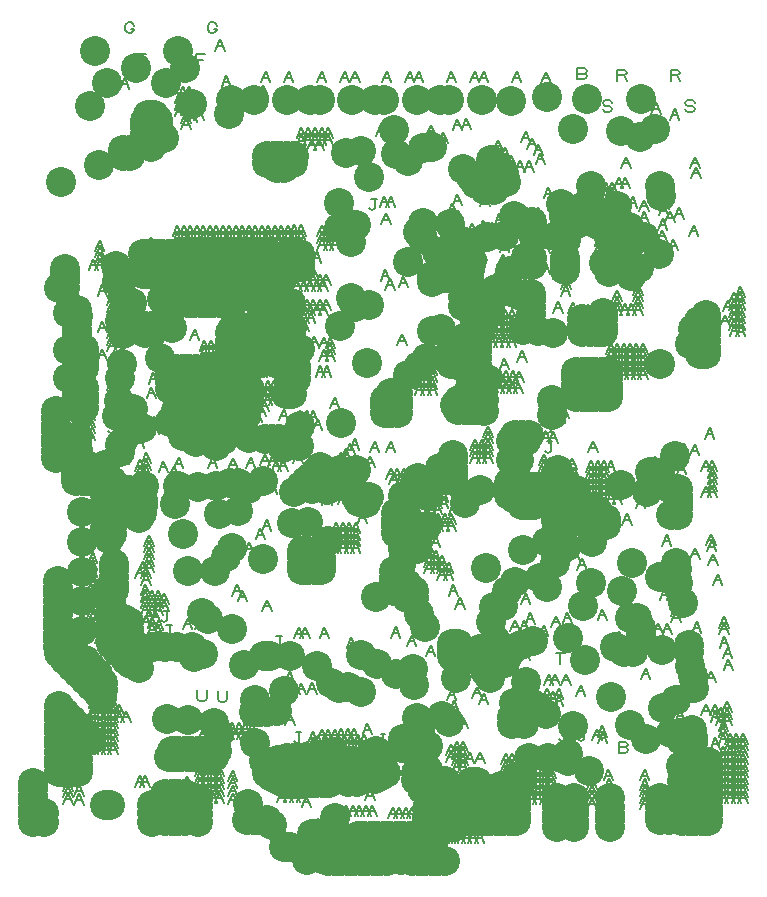
<source format=gbr>
G04 EasyPC Gerber Version 21.0.3 Build 4286 *
G04 #@! TF.Part,Single*
G04 #@! TF.FileFunction,Drillmap *
G04 #@! TF.FilePolarity,Positive *
%FSLAX35Y35*%
%MOIN*%
%ADD10C,0.00500*%
G04 #@! TA.AperFunction,WasherPad*
%ADD107C,0.10000*%
X0Y0D02*
D02*
D10*
X14404Y37945D02*
X15966Y41695D01*
X17529Y37945*
X15029Y39508D02*
X16904D01*
X14404Y40150D02*
X15966Y43900D01*
X17529Y40150*
X15029Y41713D02*
X16904D01*
X14404Y42315D02*
X15966Y46065D01*
X17529Y42315*
X15029Y43878D02*
X16904D01*
X14404Y44481D02*
X15966Y48231D01*
X17529Y44481*
X15029Y46043D02*
X16904D01*
X14404Y46646D02*
X15966Y50396D01*
X17529Y46646*
X15029Y48209D02*
X16904D01*
X14404Y48811D02*
X15966Y52561D01*
X17529Y48811*
X15029Y50374D02*
X16904D01*
X14404Y51016D02*
X15966Y54766D01*
X17529Y51016*
X15029Y52579D02*
X16904D01*
X18026Y40741D02*
X19588Y44491D01*
X21151Y40741*
X18651Y42303D02*
X20526D01*
X18065Y37748D02*
X19628Y41498D01*
X21190Y37748*
X18690Y39311D02*
X20565D01*
X21884Y159323D02*
X23446Y163073D01*
X25009Y159323*
X22509Y160886D02*
X24384D01*
X21884Y161528D02*
X23446Y165278D01*
X25009Y161528*
X22509Y163091D02*
X24384D01*
X21884Y163733D02*
X23446Y167483D01*
X25009Y163733*
X22509Y165295D02*
X24384D01*
X21884Y165937D02*
X23446Y169687D01*
X25009Y165937*
X22509Y167500D02*
X24384D01*
X21963Y168142D02*
X23525Y171892D01*
X25088Y168142*
X22588Y169705D02*
X24463D01*
X21963Y170347D02*
X23525Y174097D01*
X25088Y170347*
X22588Y171909D02*
X24463D01*
X21963Y172552D02*
X23525Y176302D01*
X25088Y172552*
X22588Y174114D02*
X24463D01*
X21963Y174756D02*
X23525Y178506D01*
X25088Y174756*
X22588Y176319D02*
X24463D01*
X22593Y100662D02*
X24155Y104412D01*
X25718Y100662*
X23218Y102224D02*
X25093D01*
X22593Y102867D02*
X24155Y106617D01*
X25718Y102867*
X23218Y104429D02*
X25093D01*
X22593Y105032D02*
X24155Y108782D01*
X25718Y105032*
X23218Y106594D02*
X25093D01*
X22593Y107197D02*
X24155Y110947D01*
X25718Y107197*
X23218Y108760D02*
X25093D01*
X22593Y109363D02*
X24155Y113113D01*
X25718Y109363*
X23218Y110925D02*
X25093D01*
X22593Y111528D02*
X24155Y115278D01*
X25718Y111528*
X23218Y113091D02*
X25093D01*
X22593Y113733D02*
X24155Y117483D01*
X25718Y113733*
X23218Y115295D02*
X25093D01*
X22593Y118221D02*
X24155Y121971D01*
X25718Y118221*
X23218Y119783D02*
X25093D01*
X22632Y96252D02*
X24194Y100002D01*
X25757Y96252*
X23257Y97815D02*
X25132D01*
X22632Y98457D02*
X24194Y102207D01*
X25757Y98457*
X23257Y100020D02*
X25132D01*
X22632Y116016D02*
X24194Y119766D01*
X25757Y116016*
X23257Y117579D02*
X25132D01*
X22829Y215937D02*
X24391Y219687D01*
X25954Y215937*
X23454Y217500D02*
X25329D01*
X22868Y54599D02*
X24431Y58349D01*
X25993Y54599*
X23493Y56161D02*
X25368D01*
X22868Y56804D02*
X24431Y60554D01*
X25993Y56804*
X23493Y58366D02*
X25368D01*
X22868Y59008D02*
X24431Y62758D01*
X25993Y59008*
X23493Y60571D02*
X25368D01*
X22868Y61213D02*
X24431Y64963D01*
X25993Y61213*
X23493Y62776D02*
X25368D01*
X22868Y63378D02*
X24431Y67128D01*
X25993Y63378*
X23493Y64941D02*
X25368D01*
X22868Y65544D02*
X24431Y69294D01*
X25993Y65544*
X23493Y67106D02*
X25368D01*
X22868Y67709D02*
X24431Y71459D01*
X25993Y67709*
X23493Y69272D02*
X25368D01*
X22868Y69874D02*
X24431Y73624D01*
X25993Y69874*
X23493Y71437D02*
X25368D01*
X22868Y72079D02*
X24431Y75829D01*
X25993Y72079*
X23493Y73642D02*
X25368D01*
X22868Y74284D02*
X24431Y78034D01*
X25993Y74284*
X23493Y75846D02*
X25368D01*
X22868Y76489D02*
X24431Y80239D01*
X25993Y76489*
X23493Y78051D02*
X25368D01*
X22947Y94048D02*
X24509Y97798D01*
X26072Y94048*
X23572Y95610D02*
X25447D01*
X23813Y251056D02*
Y254806D01*
Y252931D02*
X24750D01*
X26938Y254806*
X24750Y252931D02*
X26938Y251056D01*
X24719Y96095D02*
X26281Y99845D01*
X27844Y96095*
X25344Y97657D02*
X27219D01*
X24955Y215937D02*
X26517Y219687D01*
X28080Y215937*
X25580Y217500D02*
X27455D01*
X24955Y218063D02*
X26517Y221813D01*
X28080Y218063*
X25580Y219626D02*
X27455D01*
X24955Y220189D02*
X26517Y223939D01*
X28080Y220189*
X25580Y221752D02*
X27455D01*
X24955Y222315D02*
X26517Y226065D01*
X28080Y222315*
X25580Y223878D02*
X27455D01*
X25033Y56725D02*
X26596Y60475D01*
X28159Y56725*
X25659Y58287D02*
X27533D01*
X25033Y58930D02*
X26596Y62680D01*
X28159Y58930*
X25659Y60492D02*
X27533D01*
X25033Y61134D02*
X26596Y64884D01*
X28159Y61134*
X25659Y62697D02*
X27533D01*
X25033Y63300D02*
X26596Y67050D01*
X28159Y63300*
X25659Y64862D02*
X27533D01*
X25033Y65465D02*
X26596Y69215D01*
X28159Y65465*
X25659Y67028D02*
X27533D01*
X25033Y67630D02*
X26596Y71380D01*
X28159Y67630*
X25659Y69193D02*
X27533D01*
X25033Y69796D02*
X26596Y73546D01*
X28159Y69796*
X25659Y71358D02*
X27533D01*
X25033Y72000D02*
X26596Y75750D01*
X28159Y72000*
X25659Y73563D02*
X27533D01*
X25073Y54520D02*
X26635Y58270D01*
X28198Y54520*
X25698Y56083D02*
X27573D01*
X25073Y74284D02*
X26635Y78034D01*
X28198Y74284*
X25698Y75846D02*
X27573D01*
X25112Y91764D02*
X26675Y95514D01*
X28237Y91764*
X25737Y93327D02*
X27612D01*
X25152Y94048D02*
X26714Y97798D01*
X28277Y94048*
X25777Y95610D02*
X27652D01*
X25860Y185937D02*
X27423Y189687D01*
X28985Y185937*
X26485Y187500D02*
X28360D01*
X25860Y195189D02*
X27423Y198939D01*
X28985Y195189*
X26485Y196752D02*
X28360D01*
X25860Y207394D02*
X27423Y211144D01*
X28985Y207394*
X26485Y208957D02*
X28360D01*
X27199Y56725D02*
X28761Y60475D01*
X30324Y56725*
X27824Y58287D02*
X29699D01*
X27199Y58930D02*
X28761Y62680D01*
X30324Y58930*
X27824Y60492D02*
X29699D01*
X27199Y61134D02*
X28761Y64884D01*
X30324Y61134*
X27824Y62697D02*
X29699D01*
X27199Y63300D02*
X28761Y67050D01*
X30324Y63300*
X27824Y64862D02*
X29699D01*
X27199Y65465D02*
X28761Y69215D01*
X30324Y65465*
X27824Y67028D02*
X29699D01*
X27199Y67630D02*
X28761Y71380D01*
X30324Y67630*
X27824Y69193D02*
X29699D01*
X27199Y69796D02*
X28761Y73546D01*
X30324Y69796*
X27824Y71358D02*
X29699D01*
X27199Y72000D02*
X28761Y75750D01*
X30324Y72000*
X27824Y73563D02*
X29699D01*
X27238Y54441D02*
X28801Y58191D01*
X30363Y54441*
X27863Y56004D02*
X29738D01*
X27238Y93890D02*
X28801Y97640D01*
X30363Y93890*
X27863Y95453D02*
X29738D01*
X27278Y89559D02*
X28840Y93309D01*
X30403Y89559*
X27903Y91122D02*
X29778D01*
X27278Y91764D02*
X28840Y95514D01*
X30403Y91764*
X27903Y93327D02*
X29778D01*
X28734Y151370D02*
X30297Y155120D01*
X31859Y151370*
X29359Y152933D02*
X31234D01*
X28734Y153575D02*
X30297Y157325D01*
X31859Y153575*
X29359Y155138D02*
X31234D01*
X29049Y175859D02*
X30612Y179609D01*
X32174Y175859*
X29674Y177421D02*
X31549D01*
X29049Y178063D02*
X30612Y181813D01*
X32174Y178063*
X29674Y179626D02*
X31549D01*
X29128Y180268D02*
X30691Y184018D01*
X32253Y180268*
X29753Y181831D02*
X31628D01*
X29128Y188930D02*
X30691Y192680D01*
X32253Y188930*
X29753Y190492D02*
X31628D01*
X29128Y191095D02*
X30691Y194845D01*
X32253Y191095*
X29753Y192657D02*
X31628D01*
X29128Y193260D02*
X30691Y197010D01*
X32253Y193260*
X29753Y194823D02*
X31628D01*
X29128Y195426D02*
X30691Y199176D01*
X32253Y195426*
X29753Y196988D02*
X31628D01*
X29128Y197591D02*
X30691Y201341D01*
X32253Y197591*
X29753Y199154D02*
X31628D01*
X29128Y199756D02*
X30691Y203506D01*
X32253Y199756*
X29753Y201319D02*
X31628D01*
X29128Y201961D02*
X30691Y205711D01*
X32253Y201961*
X29753Y203524D02*
X31628D01*
X29128Y204166D02*
X30691Y207916D01*
X32253Y204166*
X29753Y205728D02*
X31628D01*
X29128Y208654D02*
X30691Y212404D01*
X32253Y208654*
X29753Y210217D02*
X31628D01*
X29167Y206449D02*
X30730Y210199D01*
X32293Y206449*
X29793Y208012D02*
X31667D01*
X29404Y54441D02*
X30966Y58191D01*
X32529Y54441*
X30029Y56004D02*
X31904D01*
X29404Y58851D02*
X30966Y62601D01*
X32529Y58851*
X30029Y60413D02*
X31904D01*
X29404Y61056D02*
X30966Y64806D01*
X32529Y61056*
X30029Y62618D02*
X31904D01*
X29404Y63221D02*
X30966Y66971D01*
X32529Y63221*
X30029Y64783D02*
X31904D01*
X29404Y65386D02*
X30966Y69136D01*
X32529Y65386*
X30029Y66949D02*
X31904D01*
X29404Y67552D02*
X30966Y71302D01*
X32529Y67552*
X30029Y69114D02*
X31904D01*
X29404Y69717D02*
X30966Y73467D01*
X32529Y69717*
X30029Y71280D02*
X31904D01*
X29404Y87473D02*
X30966Y91223D01*
X32529Y87473*
X30029Y89035D02*
X31904D01*
X29404Y89638D02*
X30966Y93388D01*
X32529Y89638*
X30029Y91201D02*
X31904D01*
X29404Y91843D02*
X30966Y95593D01*
X32529Y91843*
X30029Y93406D02*
X31904D01*
X29404Y162350D02*
X29716Y162037D01*
X30341Y161725*
X30966Y162037*
X31279Y162350*
Y165475*
X31904*
X31279D02*
X30029D01*
X29404Y167074D02*
X29716Y166762D01*
X30341Y166449*
X30966Y166762*
X31279Y167074*
Y170199*
X31904*
X31279D02*
X30029D01*
X29443Y56646D02*
X31006Y60396D01*
X32568Y56646*
X30068Y58209D02*
X31943D01*
X30565Y101430D02*
X32128Y105180D01*
X33690Y101430*
X31190Y102992D02*
X33065D01*
X30565Y131252D02*
X32128Y135002D01*
X33690Y131252*
X31190Y132815D02*
X33065D01*
X30565Y141213D02*
X32128Y144963D01*
X33690Y141213*
X31190Y142776D02*
X33065D01*
X30585Y121351D02*
X32147Y125101D01*
X33710Y121351*
X31210Y122913D02*
X33085D01*
X30703Y111449D02*
X32265Y115199D01*
X33828Y111449*
X31328Y113012D02*
X33203D01*
X30900Y151370D02*
X32462Y155120D01*
X34025Y151370*
X31525Y152933D02*
X33400D01*
X30900Y153575D02*
X32462Y157325D01*
X34025Y153575*
X31525Y155138D02*
X33400D01*
X31215Y178063D02*
X32777Y181813D01*
X34340Y178063*
X31840Y179626D02*
X33715D01*
X31293Y175937D02*
X32856Y179687D01*
X34419Y175937*
X31919Y177500D02*
X33793D01*
X31293Y180268D02*
X32856Y184018D01*
X34419Y180268*
X31919Y181831D02*
X33793D01*
X31293Y182473D02*
X32856Y186223D01*
X34419Y182473*
X31919Y184035D02*
X33793D01*
X31333Y189087D02*
X32895Y192837D01*
X34458Y189087*
X31958Y190650D02*
X33833D01*
X31333Y191252D02*
X32895Y195002D01*
X34458Y191252*
X31958Y192815D02*
X33833D01*
X31333Y193418D02*
X32895Y197168D01*
X34458Y193418*
X31958Y194980D02*
X33833D01*
X31333Y195583D02*
X32895Y199333D01*
X34458Y195583*
X31958Y197146D02*
X33833D01*
X31569Y65307D02*
X33131Y69057D01*
X34694Y65307*
X32194Y66870D02*
X34069D01*
X31569Y67473D02*
X33131Y71223D01*
X34694Y67473*
X32194Y69035D02*
X34069D01*
X31569Y85229D02*
X33131Y88979D01*
X34694Y85229*
X32194Y86791D02*
X34069D01*
X31569Y87394D02*
X33131Y91144D01*
X34694Y87394*
X32194Y88957D02*
X34069D01*
X31569Y89559D02*
X33131Y93309D01*
X34694Y89559*
X32194Y91122D02*
X34069D01*
X31569Y91764D02*
X33131Y95514D01*
X34694Y91764*
X32194Y93327D02*
X34069D01*
X31569Y157822D02*
X31881Y157510D01*
X32506Y157197*
X33131Y157510*
X33444Y157822*
Y160947*
X34069*
X33444D02*
X32194D01*
X33065Y151370D02*
X34628Y155120D01*
X36190Y151370*
X33690Y152933D02*
X35565D01*
X33065Y153575D02*
X34628Y157325D01*
X36190Y153575*
X33690Y155138D02*
X35565D01*
X33301Y276410D02*
X34864Y280160D01*
X36426Y276410*
X33926Y277972D02*
X35801D01*
X33734Y65307D02*
X35297Y69057D01*
X36859Y65307*
X34359Y66870D02*
X36234D01*
X33734Y83063D02*
X35297Y86813D01*
X36859Y83063*
X34359Y84626D02*
X36234D01*
X33734Y85229D02*
X35297Y88979D01*
X36859Y85229*
X34359Y86791D02*
X36234D01*
X33734Y87394D02*
X35297Y91144D01*
X36859Y87394*
X34359Y88957D02*
X36234D01*
X33734Y89559D02*
X35297Y93309D01*
X36859Y89559*
X34359Y91122D02*
X36234D01*
X37142Y296398D02*
X38080D01*
Y296085*
X37767Y295460*
X37455Y295148*
X36830Y294835*
X36205*
X35580Y295148*
X35267Y295460*
X34955Y296085*
Y297335*
X35267Y297960*
X35580Y298273*
X36205Y298585*
X36830*
X37455Y298273*
X37767Y297960*
X38080Y297335*
X35860Y80819D02*
X37423Y84569D01*
X38985Y80819*
X36485Y82382D02*
X38360D01*
X35860Y82985D02*
X37423Y86735D01*
X38985Y82985*
X36485Y84547D02*
X38360D01*
X35860Y85150D02*
X37423Y88900D01*
X38985Y85150*
X36485Y86713D02*
X38360D01*
X35860Y87315D02*
X37423Y91065D01*
X38985Y87315*
X36485Y88878D02*
X38360D01*
X36293Y256804D02*
X37856Y260554D01*
X39419Y256804*
X36919Y258366D02*
X38793D01*
X37396Y79323D02*
X38958Y83073D01*
X40521Y79323*
X38021Y80886D02*
X39896D01*
X37553Y84048D02*
X39116Y87798D01*
X40678Y84048*
X38178Y85610D02*
X40053D01*
X37632Y81843D02*
X39194Y85593D01*
X40757Y81843*
X38257Y83406D02*
X40132D01*
X38262Y113260D02*
X39824Y117010D01*
X41387Y113260*
X38887Y114823D02*
X40762D01*
X38262Y156725D02*
X39824Y160475D01*
X41387Y156725*
X38887Y158287D02*
X40762D01*
X38321Y43693D02*
X39883Y47443D01*
X41446Y43693*
X38946Y45256D02*
X40821D01*
X38419Y133733D02*
X39982Y137483D01*
X41544Y133733*
X39044Y135295D02*
X40919D01*
X38419Y135898D02*
X39982Y139648D01*
X41544Y135898*
X39044Y137461D02*
X40919D01*
X38419Y138063D02*
X39982Y141813D01*
X41544Y138063*
X39044Y139626D02*
X40919D01*
X38419Y140229D02*
X39982Y143979D01*
X41544Y140229*
X39044Y141791D02*
X40919D01*
X38419Y142394D02*
X39982Y146144D01*
X41544Y142394*
X39044Y143957D02*
X40919D01*
X38419Y144599D02*
X39982Y148349D01*
X41544Y144599*
X39044Y146161D02*
X40919D01*
X38419Y149087D02*
X39982Y152837D01*
X41544Y149087*
X39044Y150650D02*
X40919D01*
X38459Y146882D02*
X40021Y150632D01*
X41584Y146882*
X39084Y148445D02*
X40959D01*
X38892Y284205D02*
Y287955D01*
X42017*
X41392Y286080D02*
X38892D01*
X39285Y115150D02*
X40848Y118900D01*
X42411Y115150*
X39911Y116713D02*
X41785D01*
X39600Y132079D02*
X41163Y135829D01*
X42726Y132079*
X40226Y133642D02*
X42100D01*
X40073Y43693D02*
X41635Y47443D01*
X43198Y43693*
X40698Y45256D02*
X42573D01*
X40230Y100977D02*
X41793Y104727D01*
X43356Y100977*
X40856Y102539D02*
X42730D01*
X40230Y103260D02*
X41793Y107010D01*
X43356Y103260*
X40856Y104823D02*
X42730D01*
X40230Y105426D02*
X41793Y109176D01*
X43356Y105426*
X40856Y106988D02*
X42730D01*
X40230Y107591D02*
X41793Y111341D01*
X43356Y107591*
X40856Y109154D02*
X42730D01*
X40467Y97197D02*
X42029Y100947D01*
X43592Y97197*
X41092Y98760D02*
X42967D01*
X40467Y111056D02*
X42029Y114806D01*
X43592Y111056*
X41092Y112618D02*
X42967D01*
X40467Y113260D02*
X42029Y117010D01*
X43592Y113260*
X41092Y114823D02*
X42967D01*
X40545Y133890D02*
X42108Y137640D01*
X43670Y133890*
X41170Y135453D02*
X43045D01*
X40545Y136056D02*
X42108Y139806D01*
X43670Y136056*
X41170Y137618D02*
X43045D01*
X40545Y138221D02*
X42108Y141971D01*
X43670Y138221*
X41170Y139783D02*
X43045D01*
X40545Y140386D02*
X42108Y144136D01*
X43670Y140386*
X41170Y141949D02*
X43045D01*
X40545Y142552D02*
X42108Y146302D01*
X43670Y142552*
X41170Y144114D02*
X43045D01*
X40545Y144756D02*
X42108Y148506D01*
X43670Y144756*
X41170Y146319D02*
X43045D01*
X40545Y149244D02*
X42108Y152994D01*
X43670Y149244*
X41170Y150807D02*
X43045D01*
X40545Y151449D02*
X42108Y155199D01*
X43670Y151449*
X41170Y153012D02*
X43045D01*
X40585Y147040D02*
X42147Y150790D01*
X43710Y147040*
X41210Y148602D02*
X43085D01*
X41411Y99087D02*
X42974Y102837D01*
X44537Y99087*
X42037Y100650D02*
X43911D01*
X41411Y115111D02*
X42974Y118861D01*
X44537Y115111*
X42037Y116673D02*
X43911D01*
X41411Y117355D02*
X42974Y121105D01*
X44537Y117355*
X42037Y118917D02*
X43911D01*
X41411Y119638D02*
X42974Y123388D01*
X44537Y119638*
X42037Y121201D02*
X43911D01*
X41411Y121804D02*
X42974Y125554D01*
X44537Y121804*
X42037Y123366D02*
X43911D01*
X41411Y123969D02*
X42974Y127719D01*
X44537Y123969*
X42037Y125531D02*
X43911D01*
X42120Y223083D02*
X43683Y226833D01*
X45245Y223083*
X42745Y224646D02*
X44620D01*
X42199Y173339D02*
X43761Y177089D01*
X45324Y173339*
X42824Y174902D02*
X44699D01*
X42278Y218063D02*
X43840Y221813D01*
X45403Y218063*
X42903Y219626D02*
X44778D01*
X42356Y101016D02*
X43919Y104766D01*
X45481Y101016*
X42981Y102579D02*
X44856D01*
X42356Y103260D02*
X43919Y107010D01*
X45481Y103260*
X42981Y104823D02*
X44856D01*
X42356Y105544D02*
X43919Y109294D01*
X45481Y105544*
X42981Y107106D02*
X44856D01*
X42514Y94441D02*
X44076Y98191D01*
X45639Y94441*
X43139Y96004D02*
X45014D01*
X42514Y96567D02*
X44076Y100317D01*
X45639Y96567*
X43139Y98130D02*
X45014D01*
X42907Y178063D02*
X44470Y181813D01*
X46033Y178063*
X43533Y179626D02*
X45407D01*
X43222Y161292D02*
X44785Y165042D01*
X46348Y161292*
X43848Y162854D02*
X45722D01*
X43222Y163496D02*
X44785Y167246D01*
X46348Y163496*
X43848Y165059D02*
X45722D01*
X43380Y185741D02*
X44943Y189491D01*
X46505Y185741*
X44005Y187303D02*
X45880D01*
X43380Y204835D02*
X44943Y208585D01*
X46505Y204835*
X44005Y206398D02*
X45880D01*
X43537Y98772D02*
X45100Y102522D01*
X46663Y98772*
X44163Y100335D02*
X46037D01*
X43970Y190662D02*
X45533Y194412D01*
X47096Y190662*
X44596Y192224D02*
X46470D01*
X44246Y200426D02*
X45809Y204176D01*
X47371Y200426*
X44871Y201988D02*
X46746D01*
X44364Y213103D02*
X45927Y216853D01*
X47489Y213103*
X44989Y214665D02*
X46864D01*
X44482Y259717D02*
X46045Y263467D01*
X47607Y259717*
X45107Y261280D02*
X46982D01*
X44482Y261922D02*
X46045Y265672D01*
X47607Y261922*
X45107Y263484D02*
X46982D01*
X44561Y93811D02*
X46124Y97561D01*
X47686Y93811*
X45186Y95374D02*
X47061D01*
X44561Y101095D02*
X46124Y104845D01*
X47686Y101095*
X45186Y102657D02*
X47061D01*
X44561Y103339D02*
X46124Y107089D01*
X47686Y103339*
X45186Y104902D02*
X47061D01*
X44561Y105622D02*
X46124Y109372D01*
X47686Y105622*
X45186Y107185D02*
X47061D01*
X44640Y96016D02*
X46202Y99766D01*
X47765Y96016*
X45265Y97579D02*
X47140D01*
X45191Y91764D02*
X46754Y95514D01*
X48316Y91764*
X45816Y93327D02*
X47691D01*
X45663Y175544D02*
X47226Y179294D01*
X48789Y175544*
X46289Y177106D02*
X48163D01*
X46215Y148615D02*
X47777Y152365D01*
X49340Y148615*
X46840Y150177D02*
X48715D01*
X46451Y102237D02*
X48013Y105987D01*
X49576Y102237*
X47076Y103799D02*
X48951D01*
X46451Y104520D02*
X48013Y108270D01*
X49576Y104520*
X47076Y106083D02*
X48951D01*
X46687Y259717D02*
X48250Y263467D01*
X49812Y259717*
X47312Y261280D02*
X49187D01*
X46687Y261922D02*
X48250Y265672D01*
X49812Y261922*
X47312Y263484D02*
X49187D01*
X46844Y168693D02*
X48407Y172443D01*
X49970Y168693*
X47470Y170256D02*
X49344D01*
X46923Y90583D02*
X48486Y94333D01*
X50048Y90583*
X47548Y92146D02*
X49423D01*
X47002Y99161D02*
X47315Y98848D01*
X47939Y98536*
X48565Y98848*
X48877Y99161*
Y102286*
X49502*
X48877D02*
X47627D01*
X47317Y210741D02*
X48880Y214491D01*
X50442Y210741*
X47942Y212303D02*
X49817D01*
X47789Y175544D02*
X49352Y179294D01*
X50915Y175544*
X48415Y177106D02*
X50289D01*
X48026Y94437D02*
X48338Y94124D01*
X48963Y93811*
X49588Y94124*
X49901Y94437*
Y97561*
X50526*
X49901D02*
X48651D01*
X48656Y140898D02*
X50218Y144648D01*
X51781Y140898*
X49281Y142461D02*
X51156D01*
X48656Y143103D02*
X50218Y146853D01*
X51781Y143103*
X49281Y144665D02*
X51156D01*
X48656Y145229D02*
X50218Y148979D01*
X51781Y145229*
X49281Y146791D02*
X51156D01*
X48813Y289087D02*
X50376Y292837D01*
X51938Y289087*
X49438Y290650D02*
X51313D01*
X49679Y89244D02*
X51242Y92994D01*
X52804Y89244*
X50304Y90807D02*
X52179D01*
X49679Y139166D02*
X51242Y142916D01*
X52804Y139166*
X50304Y140728D02*
X52179D01*
X49758Y146961D02*
X51320Y150711D01*
X52883Y146961*
X50383Y148524D02*
X52258D01*
X49915Y202000D02*
X51478Y205750D01*
X53041Y202000*
X50541Y203563D02*
X52415D01*
X50624Y169166D02*
X52187Y172916D01*
X53749Y169166*
X51249Y170728D02*
X53124D01*
X50703Y140977D02*
X52265Y144727D01*
X53828Y140977*
X51328Y142539D02*
X53203D01*
X50860Y143103D02*
X52423Y146853D01*
X53985Y143103*
X51485Y144665D02*
X53360D01*
X50860Y145229D02*
X52423Y148979D01*
X53985Y145229*
X51485Y146791D02*
X53360D01*
X50900Y220622D02*
X52462Y224372D01*
X54025Y220622*
X51525Y222185D02*
X53400D01*
X50900Y222788D02*
X52462Y226538D01*
X54025Y222788*
X51525Y224350D02*
X53400D01*
X50900Y224953D02*
X52462Y228703D01*
X54025Y224953*
X51525Y226516D02*
X53400D01*
X50900Y227119D02*
X52462Y230869D01*
X54025Y227119*
X51525Y228681D02*
X53400D01*
X51333Y149796D02*
X52895Y153546D01*
X54458Y149796*
X51958Y151358D02*
X53833D01*
X51569Y267197D02*
X53131Y270947D01*
X54694Y267197*
X52194Y268760D02*
X54069D01*
X51569Y269402D02*
X53131Y273152D01*
X54694Y269402*
X52194Y270965D02*
X54069D01*
X51569Y271607D02*
X53131Y275357D01*
X54694Y271607*
X52194Y273169D02*
X54069D01*
X51805Y200898D02*
X53368Y204648D01*
X54930Y200898*
X52430Y202461D02*
X54305D01*
X51805Y203103D02*
X53368Y206853D01*
X54930Y203103*
X52430Y204665D02*
X54305D01*
X52593Y273418D02*
X54155Y277168D01*
X55718Y273418*
X53218Y274980D02*
X55093D01*
X53065Y220622D02*
X54628Y224372D01*
X56190Y220622*
X53690Y222185D02*
X55565D01*
X53065Y222788D02*
X54628Y226538D01*
X56190Y222788*
X53690Y224350D02*
X55565D01*
X53065Y224953D02*
X54628Y228703D01*
X56190Y224953*
X53690Y226516D02*
X55565D01*
X53065Y227119D02*
X54628Y230869D01*
X56190Y227119*
X53690Y228681D02*
X55565D01*
X53774Y262788D02*
X55336Y266538D01*
X56899Y262788*
X54399Y264350D02*
X56274D01*
X53774Y264993D02*
X55336Y268743D01*
X56899Y264993*
X54399Y266555D02*
X56274D01*
X53774Y267433D02*
X55336Y271183D01*
X56899Y267433*
X54399Y268996D02*
X56274D01*
X53774Y269402D02*
X55336Y273152D01*
X56899Y269402*
X54399Y270965D02*
X56274D01*
X53774Y271607D02*
X55336Y275357D01*
X56899Y271607*
X54399Y273169D02*
X56274D01*
X54010Y200898D02*
X55572Y204648D01*
X57135Y200898*
X54635Y202461D02*
X56510D01*
X54010Y203103D02*
X55572Y206853D01*
X57135Y203103*
X54635Y204665D02*
X56510D01*
X54069Y43634D02*
X55631Y47384D01*
X57194Y43634*
X54694Y45197D02*
X56569D01*
X54089Y37788D02*
X55651Y41538D01*
X57214Y37788*
X54714Y39350D02*
X56589D01*
X54089Y40760D02*
X55651Y44510D01*
X57214Y40760*
X54714Y42323D02*
X56589D01*
X54285Y96272D02*
X55848Y100022D01*
X57411Y96272*
X54911Y97835D02*
X56785D01*
X54797Y273418D02*
X56360Y277168D01*
X57922Y273418*
X55422Y274980D02*
X57297D01*
X55230Y220701D02*
X56793Y224451D01*
X58356Y220701*
X55856Y222264D02*
X57730D01*
X55230Y222867D02*
X56793Y226617D01*
X58356Y222867*
X55856Y224429D02*
X57730D01*
X55230Y225032D02*
X56793Y228782D01*
X58356Y225032*
X55856Y226594D02*
X57730D01*
X55230Y227197D02*
X56793Y230947D01*
X58356Y227197*
X55856Y228760D02*
X57730D01*
X55978Y265307D02*
X57541Y269057D01*
X59104Y265307*
X56604Y266870D02*
X58478D01*
X55978Y267512D02*
X57541Y271262D01*
X59104Y267512*
X56604Y269075D02*
X58478D01*
X55978Y269717D02*
X57541Y273467D01*
X59104Y269717*
X56604Y271280D02*
X58478D01*
X55978Y271764D02*
X57541Y275514D01*
X59104Y271764*
X56604Y273327D02*
X58478D01*
X56608Y192630D02*
X58171Y196380D01*
X59733Y192630*
X57233Y194193D02*
X59108D01*
X57396Y212079D02*
X58958Y215829D01*
X60521Y212079*
X58021Y213642D02*
X59896D01*
X57396Y220701D02*
X58958Y224451D01*
X60521Y220701*
X58021Y222264D02*
X59896D01*
X57396Y222867D02*
X58958Y226617D01*
X60521Y222867*
X58021Y224429D02*
X59896D01*
X57396Y225032D02*
X58958Y228782D01*
X60521Y225032*
X58021Y226594D02*
X59896D01*
X57396Y227197D02*
X58958Y230947D01*
X60521Y227197*
X58021Y228760D02*
X59896D01*
X58026Y265937D02*
X59588Y269687D01*
X61151Y265937*
X58651Y267500D02*
X60526D01*
X58341Y38339D02*
X59903Y42089D01*
X61466Y38339*
X58966Y39902D02*
X60841D01*
X58341Y42827D02*
X59903Y46577D01*
X61466Y42827*
X58966Y44390D02*
X60841D01*
X58341Y45032D02*
X59903Y48782D01*
X61466Y45032*
X58966Y46594D02*
X60841D01*
X58341Y47237D02*
X59903Y50987D01*
X61466Y47237*
X58966Y48799D02*
X60841D01*
X58341Y96272D02*
X59903Y100022D01*
X61466Y96272*
X58966Y97835D02*
X60841D01*
X58380Y40622D02*
X59943Y44372D01*
X61505Y40622*
X59005Y42185D02*
X60880D01*
X58577Y284205D02*
Y287955D01*
X61702*
X61077Y286080D02*
X58577D01*
X58813Y205859D02*
X60376Y209609D01*
X61938Y205859*
X59438Y207421D02*
X61313D01*
X59128Y75987D02*
Y73174D01*
X59441Y72549*
X60065Y72237*
X61315*
X61941Y72549*
X62253Y73174*
Y75987*
X59364Y210898D02*
X60927Y214648D01*
X62489Y210898*
X59989Y212461D02*
X61864D01*
X59364Y213103D02*
X60927Y216853D01*
X62489Y213103*
X59989Y214665D02*
X61864D01*
X59522Y59559D02*
X61084Y63309D01*
X62647Y59559*
X60147Y61122D02*
X62022D01*
X59561Y220622D02*
X61124Y224372D01*
X62686Y220622*
X60186Y222185D02*
X62061D01*
X59561Y222788D02*
X61124Y226538D01*
X62686Y222788*
X60186Y224350D02*
X62061D01*
X59561Y224953D02*
X61124Y228703D01*
X62686Y224953*
X60186Y226516D02*
X62061D01*
X59561Y227119D02*
X61124Y230869D01*
X62686Y227119*
X60186Y228681D02*
X62061D01*
X59837Y171213D02*
X61399Y174963D01*
X62962Y171213*
X60462Y172776D02*
X62337D01*
X59837Y182237D02*
X61399Y185987D01*
X62962Y182237*
X60462Y183799D02*
X62337D01*
X59837Y184520D02*
X61399Y188270D01*
X62962Y184520*
X60462Y186083D02*
X62337D01*
X59837Y186725D02*
X61399Y190475D01*
X62962Y186725*
X60462Y188287D02*
X62337D01*
X59837Y188930D02*
X61399Y192680D01*
X62962Y188930*
X60462Y190492D02*
X62337D01*
X60506Y38339D02*
X62069Y42089D01*
X63631Y38339*
X61131Y39902D02*
X63006D01*
X60506Y42827D02*
X62069Y46577D01*
X63631Y42827*
X61131Y44390D02*
X63006D01*
X60506Y45032D02*
X62069Y48782D01*
X63631Y45032*
X61131Y46594D02*
X63006D01*
X60506Y47237D02*
X62069Y50987D01*
X63631Y47237*
X61131Y48799D02*
X63006D01*
X60545Y40622D02*
X62108Y44372D01*
X63670Y40622*
X61170Y42185D02*
X63045D01*
X60545Y61410D02*
X62108Y65160D01*
X63670Y61410*
X61170Y62972D02*
X63045D01*
X60545Y202394D02*
X62108Y206144D01*
X63670Y202394*
X61170Y203957D02*
X63045D01*
X61490Y210819D02*
X63053Y214569D01*
X64615Y210819*
X62115Y212382D02*
X63990D01*
X61490Y213024D02*
X63053Y216774D01*
X64615Y213024*
X62115Y214587D02*
X63990D01*
X61648Y59599D02*
X63210Y63349D01*
X64773Y59599*
X62273Y61161D02*
X64148D01*
X61726Y220622D02*
X63289Y224372D01*
X64852Y220622*
X62352Y222185D02*
X64226D01*
X61726Y222788D02*
X63289Y226538D01*
X64852Y222788*
X62352Y224350D02*
X64226D01*
X61726Y224953D02*
X63289Y228703D01*
X64852Y224953*
X62352Y226516D02*
X64226D01*
X61726Y227119D02*
X63289Y230869D01*
X64852Y227119*
X62352Y228681D02*
X64226D01*
X61805Y143811D02*
X63368Y147561D01*
X64930Y143811*
X62430Y145374D02*
X64305D01*
X62041Y173418D02*
X63604Y177168D01*
X65167Y173418*
X62667Y174980D02*
X64541D01*
X62041Y184520D02*
X63604Y188270D01*
X65167Y184520*
X62667Y186083D02*
X64541D01*
X62041Y186725D02*
X63604Y190475D01*
X65167Y186725*
X62667Y188287D02*
X64541D01*
X62041Y188930D02*
X63604Y192680D01*
X65167Y188930*
X62667Y190492D02*
X64541D01*
X62396Y96272D02*
X63958Y100022D01*
X65521Y96272*
X63021Y97835D02*
X64896D01*
X64701Y296398D02*
X65639D01*
Y296085*
X65326Y295460*
X65014Y295148*
X64389Y294835*
X63764*
X63139Y295148*
X62826Y295460*
X62514Y296085*
Y297335*
X62826Y297960*
X63139Y298273*
X63764Y298585*
X64389*
X65014Y298273*
X65326Y297960*
X65639Y297335*
X62671Y38339D02*
X64234Y42089D01*
X65796Y38339*
X63296Y39902D02*
X65171D01*
X62671Y42827D02*
X64234Y46577D01*
X65796Y42827*
X63296Y44390D02*
X65171D01*
X62671Y45032D02*
X64234Y48782D01*
X65796Y45032*
X63296Y46594D02*
X65171D01*
X62671Y47237D02*
X64234Y50987D01*
X65796Y47237*
X63296Y48799D02*
X65171D01*
X62671Y150032D02*
X64234Y153782D01*
X65796Y150032*
X63296Y151594D02*
X65171D01*
X62711Y40622D02*
X64273Y44372D01*
X65836Y40622*
X63336Y42185D02*
X65211D01*
X62711Y61410D02*
X64273Y65160D01*
X65836Y61410*
X63336Y62972D02*
X65211D01*
X63656Y210780D02*
X65218Y214530D01*
X66781Y210780*
X64281Y212343D02*
X66156D01*
X63656Y212945D02*
X65218Y216695D01*
X66781Y212945*
X64281Y214508D02*
X66156D01*
X63813Y59599D02*
X65376Y63349D01*
X66938Y59599*
X64438Y61161D02*
X66313D01*
X63892Y220701D02*
X65454Y224451D01*
X67017Y220701*
X64517Y222264D02*
X66392D01*
X63892Y222867D02*
X65454Y226617D01*
X67017Y222867*
X64517Y224429D02*
X66392D01*
X63892Y225032D02*
X65454Y228782D01*
X67017Y225032*
X64517Y226594D02*
X66392D01*
X63892Y227197D02*
X65454Y230947D01*
X67017Y227197*
X64517Y228760D02*
X66392D01*
X64246Y175544D02*
X65809Y179294D01*
X67371Y175544*
X64871Y177106D02*
X66746D01*
X64246Y186646D02*
X65809Y190396D01*
X67371Y186646*
X64871Y188209D02*
X66746D01*
X64246Y188851D02*
X65809Y192601D01*
X67371Y188851*
X64871Y190413D02*
X66746D01*
X64325Y133811D02*
X65887Y137561D01*
X67450Y133811*
X64950Y135374D02*
X66825D01*
X64482Y166646D02*
X66045Y170396D01*
X67607Y166646*
X65107Y168209D02*
X66982D01*
X64482Y168851D02*
X66045Y172601D01*
X67607Y168851*
X65107Y170413D02*
X66982D01*
X64837Y38339D02*
X66399Y42089D01*
X67962Y38339*
X65462Y39902D02*
X67337D01*
X64837Y42827D02*
X66399Y46577D01*
X67962Y42827*
X65462Y44390D02*
X67337D01*
X64837Y45032D02*
X66399Y48782D01*
X67962Y45032*
X65462Y46594D02*
X67337D01*
X64837Y47237D02*
X66399Y50987D01*
X67962Y47237*
X65462Y48799D02*
X67337D01*
X64876Y40622D02*
X66439Y44372D01*
X68001Y40622*
X65501Y42185D02*
X67376D01*
X64876Y61410D02*
X66439Y65160D01*
X68001Y61410*
X65501Y62972D02*
X67376D01*
X65033Y289087D02*
X66596Y292837D01*
X68159Y289087*
X65659Y290650D02*
X67533D01*
X65821Y177040D02*
X67383Y180790D01*
X68946Y177040*
X66446Y178602D02*
X68321D01*
X65821Y210780D02*
X67383Y214530D01*
X68946Y210780*
X66446Y212343D02*
X68321D01*
X65821Y212945D02*
X67383Y216695D01*
X68946Y212945*
X66446Y214508D02*
X68321D01*
X65900Y75750D02*
Y72938D01*
X66212Y72313*
X66837Y72000*
X68087*
X68712Y72313*
X69025Y72938*
Y75750*
X65900Y121370D02*
X67462Y125120D01*
X69025Y121370*
X66525Y122933D02*
X68400D01*
X65978Y59599D02*
X67541Y63349D01*
X69104Y59599*
X66604Y61161D02*
X68478D01*
X66057Y220701D02*
X67620Y224451D01*
X69182Y220701*
X66682Y222264D02*
X68557D01*
X66057Y222867D02*
X67620Y226617D01*
X69182Y222867*
X66682Y224429D02*
X68557D01*
X66057Y225032D02*
X67620Y228782D01*
X69182Y225032*
X66682Y226594D02*
X68557D01*
X66057Y227197D02*
X67620Y230947D01*
X69182Y227197*
X66682Y228760D02*
X68557D01*
X66293Y170032D02*
X67856Y173782D01*
X69419Y170032*
X66919Y171594D02*
X68793D01*
X66372Y167906D02*
X67935Y171656D01*
X69497Y167906*
X66997Y169469D02*
X68872D01*
X66451Y188851D02*
X68013Y192601D01*
X69576Y188851*
X67076Y190413D02*
X68951D01*
X67041Y61449D02*
X68604Y65199D01*
X70167Y61449*
X67667Y63012D02*
X69541D01*
X67238Y277040D02*
X68801Y280790D01*
X70363Y277040*
X67863Y278602D02*
X69738D01*
X67317Y178615D02*
X68880Y182365D01*
X70442Y178615*
X67942Y180177D02*
X69817D01*
X67396Y96799D02*
X67708Y96486D01*
X68333Y96174*
X68958Y96486*
X69271Y96799*
Y99924*
X69896*
X69271D02*
X68021D01*
X67986Y210859D02*
X69549Y214609D01*
X71111Y210859*
X68611Y212421D02*
X70486D01*
X67986Y213024D02*
X69549Y216774D01*
X71111Y213024*
X68611Y214587D02*
X70486D01*
X68026Y93024D02*
X69588Y96774D01*
X71151Y93024*
X68651Y94587D02*
X70526D01*
X68144Y59599D02*
X69706Y63349D01*
X71269Y59599*
X68769Y61161D02*
X70644D01*
X68222Y220701D02*
X69785Y224451D01*
X71348Y220701*
X68848Y222264D02*
X70722D01*
X68222Y222867D02*
X69785Y226617D01*
X71348Y222867*
X68848Y224429D02*
X70722D01*
X68222Y225032D02*
X69785Y228782D01*
X71348Y225032*
X68848Y226594D02*
X70722D01*
X68222Y227197D02*
X69785Y230947D01*
X71348Y227197*
X68848Y228760D02*
X70722D01*
X68498Y167985D02*
X70061Y171735D01*
X71623Y167985*
X69123Y169547D02*
X70998D01*
X68577Y165106D02*
X68889Y164793D01*
X69514Y164481*
X70139Y164793*
X70452Y165106*
Y168231*
X71077*
X70452D02*
X69202D01*
X68656Y188851D02*
X70218Y192601D01*
X71781Y188851*
X69281Y190413D02*
X71156D01*
X69049Y175307D02*
X70612Y179057D01*
X72174Y175307*
X69674Y176870D02*
X71549D01*
X69207Y61410D02*
X70769Y65160D01*
X72332Y61410*
X69832Y62972D02*
X71707D01*
X69305Y43280D02*
X70868Y47030D01*
X72430Y43280*
X69930Y44843D02*
X71805D01*
X69305Y45563D02*
X70868Y49313D01*
X72430Y45563*
X69930Y47126D02*
X71805D01*
X69325Y37867D02*
X70887Y41617D01*
X72450Y37867*
X69950Y39429D02*
X71825D01*
X69344Y40563D02*
X70907Y44313D01*
X72470Y40563*
X69970Y42126D02*
X71844D01*
X69443Y149481D02*
X71006Y153231D01*
X72568Y149481*
X70068Y151043D02*
X71943D01*
X70152Y210859D02*
X71714Y214609D01*
X73277Y210859*
X70777Y212421D02*
X72652D01*
X70152Y213024D02*
X71714Y216774D01*
X73277Y213024*
X70777Y214587D02*
X72652D01*
X70230Y180504D02*
X71793Y184254D01*
X73356Y180504*
X70856Y182067D02*
X72730D01*
X70309Y59599D02*
X71872Y63349D01*
X73434Y59599*
X70934Y61161D02*
X72809D01*
X70388Y220701D02*
X71950Y224451D01*
X73513Y220701*
X71013Y222264D02*
X72888D01*
X70388Y222867D02*
X71950Y226617D01*
X73513Y222867*
X71013Y224429D02*
X72888D01*
X70388Y225032D02*
X71950Y228782D01*
X73513Y225032*
X71013Y226594D02*
X72888D01*
X70388Y227197D02*
X71950Y230947D01*
X73513Y227197*
X71013Y228760D02*
X72888D01*
X70742Y107394D02*
X72305Y111144D01*
X73867Y107394*
X71367Y108957D02*
X73242D01*
X70860Y188772D02*
X72423Y192522D01*
X73985Y188772*
X71485Y190335D02*
X73360D01*
X71096Y93890D02*
X72659Y97640D01*
X74222Y93890*
X71722Y95453D02*
X73596D01*
X71372Y61410D02*
X72935Y65160D01*
X74497Y61410*
X71997Y62972D02*
X73872D01*
X72120Y173103D02*
X73683Y176853D01*
X75245Y173103*
X72745Y174665D02*
X74620D01*
X72120Y175307D02*
X73683Y179057D01*
X75245Y175307*
X72745Y176870D02*
X74620D01*
X72317Y210859D02*
X73880Y214609D01*
X75442Y210859*
X72942Y212421D02*
X74817D01*
X72317Y213024D02*
X73880Y216774D01*
X75442Y213024*
X72942Y214587D02*
X74817D01*
X72474Y59599D02*
X74037Y63349D01*
X75600Y59599*
X73100Y61161D02*
X74974D01*
X72514Y105465D02*
X74076Y109215D01*
X75639Y105465*
X73139Y107028D02*
X75014D01*
X72553Y220780D02*
X74116Y224530D01*
X75678Y220780*
X73178Y222343D02*
X75053D01*
X72553Y222945D02*
X74116Y226695D01*
X75678Y222945*
X73178Y224508D02*
X75053D01*
X72553Y225111D02*
X74116Y228861D01*
X75678Y225111*
X73178Y226673D02*
X75053D01*
X72553Y227276D02*
X74116Y231026D01*
X75678Y227276*
X73178Y228839D02*
X75053D01*
X73055Y183428D02*
X74618Y187178D01*
X76180Y183428*
X73680Y184990D02*
X75555D01*
X73065Y180426D02*
X74628Y184176D01*
X76190Y180426*
X73690Y181988D02*
X75565D01*
X73065Y188772D02*
X74628Y192522D01*
X76190Y188772*
X73690Y190335D02*
X75565D01*
X73537Y61410D02*
X75100Y65160D01*
X76663Y61410*
X74163Y62972D02*
X76037D01*
X74325Y170898D02*
X75887Y174648D01*
X77450Y170898*
X74950Y172461D02*
X76825D01*
X74325Y173103D02*
X75887Y176853D01*
X77450Y173103*
X74950Y174665D02*
X76825D01*
X74325Y175307D02*
X75887Y179057D01*
X77450Y175307*
X74950Y176870D02*
X76825D01*
X74482Y210859D02*
X76045Y214609D01*
X77607Y210859*
X75107Y212421D02*
X76982D01*
X74482Y213024D02*
X76045Y216774D01*
X77607Y213024*
X75107Y214587D02*
X76982D01*
X74640Y59599D02*
X76202Y63349D01*
X77765Y59599*
X75265Y61161D02*
X77140D01*
X74640Y70819D02*
X76202Y74569D01*
X77765Y70819*
X75265Y72382D02*
X77140D01*
X74719Y220780D02*
X76281Y224530D01*
X77844Y220780*
X75344Y222343D02*
X77219D01*
X74719Y222945D02*
X76281Y226695D01*
X77844Y222945*
X75344Y224508D02*
X77219D01*
X74719Y225111D02*
X76281Y228861D01*
X77844Y225111*
X75344Y226673D02*
X77219D01*
X74719Y227276D02*
X76281Y231026D01*
X77844Y227276*
X75344Y228839D02*
X77219D01*
X74876Y121528D02*
X76439Y125278D01*
X78001Y121528*
X75501Y123091D02*
X77376D01*
X75270Y149953D02*
X76832Y153703D01*
X78395Y149953*
X75895Y151516D02*
X77770D01*
X75427Y163103D02*
X76990Y166853D01*
X78552Y163103*
X76052Y164665D02*
X77927D01*
X75427Y165307D02*
X76990Y169057D01*
X78552Y165307*
X76052Y166870D02*
X77927D01*
X75427Y169008D02*
X76990Y172758D01*
X78552Y169008*
X76052Y170571D02*
X77927D01*
X75663Y180504D02*
X77226Y184254D01*
X78789Y180504*
X76289Y182067D02*
X78163D01*
X75703Y61410D02*
X77265Y65160D01*
X78828Y61410*
X76328Y62972D02*
X78203D01*
X76215Y140426D02*
X77777Y144176D01*
X79340Y140426*
X76840Y141988D02*
X78715D01*
X76451Y67197D02*
X78013Y70947D01*
X79576Y67197*
X77076Y68760D02*
X78951D01*
X76530Y170977D02*
X78092Y174727D01*
X79655Y170977*
X77155Y172539D02*
X79030D01*
X76530Y173181D02*
X78092Y176931D01*
X79655Y173181*
X77155Y174744D02*
X79030D01*
X76530Y175386D02*
X78092Y179136D01*
X79655Y175386*
X77155Y176949D02*
X79030D01*
X76608Y167119D02*
X78171Y170869D01*
X79733Y167119*
X77233Y168681D02*
X79108D01*
X76648Y210937D02*
X78210Y214687D01*
X79773Y210937*
X77273Y212500D02*
X79148D01*
X76648Y213103D02*
X78210Y216853D01*
X79773Y213103*
X77273Y214665D02*
X79148D01*
X76884Y220701D02*
X78446Y224451D01*
X80009Y220701*
X77509Y222264D02*
X79384D01*
X76884Y222867D02*
X78446Y226617D01*
X80009Y222867*
X77509Y224429D02*
X79384D01*
X76884Y225032D02*
X78446Y228782D01*
X80009Y225032*
X77509Y226594D02*
X79384D01*
X76884Y227197D02*
X78446Y230947D01*
X80009Y227197*
X77509Y228760D02*
X79384D01*
X77632Y165229D02*
X79194Y168979D01*
X80757Y165229*
X78257Y166791D02*
X80132D01*
X77632Y169008D02*
X79194Y172758D01*
X80757Y169008*
X78257Y170571D02*
X80132D01*
X77868Y180504D02*
X79431Y184254D01*
X80993Y180504*
X78493Y182067D02*
X80368D01*
X78577Y126174D02*
X80139Y129924D01*
X81702Y126174*
X79202Y127736D02*
X81077D01*
X78734Y170977D02*
X80297Y174727D01*
X81859Y170977*
X79359Y172539D02*
X81234D01*
X78734Y173181D02*
X80297Y176931D01*
X81859Y173181*
X79359Y174744D02*
X81234D01*
X78734Y175386D02*
X80297Y179136D01*
X81859Y175386*
X79359Y176949D02*
X81234D01*
X78813Y167119D02*
X80376Y170869D01*
X81938Y167119*
X79438Y168681D02*
X81313D01*
X78813Y210937D02*
X80376Y214687D01*
X81938Y210937*
X79438Y212500D02*
X81313D01*
X78813Y213103D02*
X80376Y216853D01*
X81938Y213103*
X79438Y214665D02*
X81313D01*
X79049Y220701D02*
X80612Y224451D01*
X82174Y220701*
X79674Y222264D02*
X81549D01*
X79049Y222867D02*
X80612Y226617D01*
X82174Y222867*
X79674Y224429D02*
X81549D01*
X79049Y225032D02*
X80612Y228782D01*
X82174Y225032*
X79674Y226594D02*
X81549D01*
X79049Y227197D02*
X80612Y230947D01*
X82174Y227197*
X79674Y228760D02*
X81549D01*
X79522Y273811D02*
X81084Y277561D01*
X82647Y273811*
X80147Y275374D02*
X82022D01*
X79679Y186489D02*
X81242Y190239D01*
X82804Y186489*
X80304Y188051D02*
X82179D01*
X79679Y188693D02*
X81242Y192443D01*
X82804Y188693*
X80304Y190256D02*
X82179D01*
X79679Y190898D02*
X81242Y194648D01*
X82804Y190898*
X80304Y192461D02*
X82179D01*
X79837Y169008D02*
X81399Y172758D01*
X82962Y169008*
X80462Y170571D02*
X82337D01*
X79876Y200741D02*
X81439Y204491D01*
X83001Y200741*
X80501Y202303D02*
X82376D01*
X79915Y195622D02*
X81478Y199372D01*
X83041Y195622*
X80541Y197185D02*
X82415D01*
X79915Y198221D02*
X81478Y201971D01*
X83041Y198221*
X80541Y199783D02*
X82415D01*
X80073Y150819D02*
X81635Y154569D01*
X83198Y150819*
X80698Y152382D02*
X82573D01*
X80073Y180504D02*
X81635Y184254D01*
X83198Y180504*
X80698Y182067D02*
X82573D01*
X80073Y193260D02*
X81635Y197010D01*
X83198Y193260*
X80698Y194823D02*
X82573D01*
X80309Y278457D02*
X81872Y282207D01*
X83434Y278457*
X80934Y280020D02*
X82809D01*
X80624Y129087D02*
X82187Y132837D01*
X83749Y129087*
X81249Y130650D02*
X83124D01*
X80781Y102237D02*
X82344Y105987D01*
X83907Y102237*
X81407Y103799D02*
X83281D01*
X80939Y170977D02*
X82502Y174727D01*
X84064Y170977*
X81564Y172539D02*
X83439D01*
X80939Y173181D02*
X82502Y176931D01*
X84064Y173181*
X81564Y174744D02*
X83439D01*
X80939Y175386D02*
X82502Y179136D01*
X84064Y175386*
X81564Y176949D02*
X83439D01*
X80939Y210898D02*
X82502Y214648D01*
X84064Y210898*
X81564Y212461D02*
X83439D01*
X80978Y202473D02*
X82541Y206223D01*
X84104Y202473*
X81604Y204035D02*
X83478D01*
X81018Y213024D02*
X82580Y216774D01*
X84143Y213024*
X81643Y214587D02*
X83518D01*
X81215Y220780D02*
X82777Y224530D01*
X84340Y220780*
X81840Y222343D02*
X83715D01*
X81215Y222945D02*
X82777Y226695D01*
X84340Y222945*
X81840Y224508D02*
X83715D01*
X81215Y225111D02*
X82777Y228861D01*
X84340Y225111*
X81840Y226673D02*
X83715D01*
X81215Y227276D02*
X82777Y231026D01*
X84340Y227276*
X81840Y228839D02*
X83715D01*
X81884Y186489D02*
X83446Y190239D01*
X85009Y186489*
X82509Y188051D02*
X84384D01*
X81884Y188693D02*
X83446Y192443D01*
X85009Y188693*
X82509Y190256D02*
X84384D01*
X81884Y190898D02*
X83446Y194648D01*
X85009Y190898*
X82509Y192461D02*
X84384D01*
X82041Y195622D02*
X83604Y199372D01*
X85167Y195622*
X82667Y197185D02*
X84541D01*
X82041Y198221D02*
X83604Y201971D01*
X85167Y198221*
X82667Y199783D02*
X84541D01*
X82041Y200741D02*
X83604Y204491D01*
X85167Y200741*
X82667Y202303D02*
X84541D01*
X82199Y193260D02*
X83761Y197010D01*
X85324Y193260*
X82824Y194823D02*
X84699D01*
X82278Y180426D02*
X83840Y184176D01*
X85403Y180426*
X82903Y181988D02*
X84778D01*
X82671Y141370D02*
X84234Y145120D01*
X85796Y141370*
X83296Y142933D02*
X85171D01*
X82750Y150741D02*
X84313Y154491D01*
X85875Y150741*
X83375Y152303D02*
X85250D01*
X83144Y171056D02*
X84706Y174806D01*
X86269Y171056*
X83769Y172618D02*
X85644D01*
X83144Y173260D02*
X84706Y177010D01*
X86269Y173260*
X83769Y174823D02*
X85644D01*
X83144Y175465D02*
X84706Y179215D01*
X86269Y175465*
X83769Y177028D02*
X85644D01*
X83144Y202552D02*
X84706Y206302D01*
X86269Y202552*
X83769Y204114D02*
X85644D01*
X83222Y213024D02*
X84785Y216774D01*
X86348Y213024*
X83848Y214587D02*
X85722D01*
X83380Y220780D02*
X84943Y224530D01*
X86505Y220780*
X84005Y222343D02*
X85880D01*
X83380Y222945D02*
X84943Y226695D01*
X86505Y222945*
X84005Y224508D02*
X85880D01*
X83380Y225111D02*
X84943Y228861D01*
X86505Y225111*
X84005Y226673D02*
X85880D01*
X83380Y227276D02*
X84943Y231026D01*
X86505Y227276*
X84005Y228839D02*
X85880D01*
X83852Y149008D02*
X85415Y152758D01*
X86978Y149008*
X84478Y150571D02*
X86352D01*
X84089Y186410D02*
X85651Y190160D01*
X87214Y186410*
X84714Y187972D02*
X86589D01*
X84089Y188615D02*
X85651Y192365D01*
X87214Y188615*
X84714Y190177D02*
X86589D01*
X84089Y190819D02*
X85651Y194569D01*
X87214Y190819*
X84714Y192382D02*
X86589D01*
X84207Y195701D02*
X85769Y199451D01*
X87332Y195701*
X84832Y197264D02*
X86707D01*
X84207Y198300D02*
X85769Y202050D01*
X87332Y198300*
X84832Y199862D02*
X86707D01*
X84207Y200819D02*
X85769Y204569D01*
X87332Y200819*
X84832Y202382D02*
X86707D01*
X84364Y193339D02*
X85927Y197089D01*
X87489Y193339*
X84989Y194902D02*
X86864D01*
X84482Y180426D02*
X86045Y184176D01*
X87607Y180426*
X85107Y181988D02*
X86982D01*
X84719Y90972D02*
X85031Y90659D01*
X85656Y90347*
X86281Y90659*
X86594Y90972*
Y94097*
X87219*
X86594D02*
X85344D01*
X85309Y202552D02*
X86872Y206302D01*
X88434Y202552*
X85934Y204114D02*
X87809D01*
X85348Y173260D02*
X86911Y177010D01*
X88474Y173260*
X85974Y174823D02*
X87848D01*
X85348Y175465D02*
X86911Y179215D01*
X88474Y175465*
X85974Y177028D02*
X87848D01*
X85545Y220780D02*
X87108Y224530D01*
X88670Y220780*
X86170Y222343D02*
X88045D01*
X85545Y222945D02*
X87108Y226695D01*
X88670Y222945*
X86170Y224508D02*
X88045D01*
X85545Y225111D02*
X87108Y228861D01*
X88670Y225111*
X86170Y226673D02*
X88045D01*
X85545Y227276D02*
X87108Y231026D01*
X88670Y227276*
X86170Y228839D02*
X88045D01*
X85663Y38457D02*
X87226Y42207D01*
X88789Y38457*
X86289Y40020D02*
X88163D01*
X86057Y149008D02*
X87620Y152758D01*
X89182Y149008*
X86682Y150571D02*
X88557D01*
X86136Y43969D02*
X87698Y47719D01*
X89261Y43969*
X86761Y45531D02*
X88636D01*
X86293Y165859D02*
X87856Y169609D01*
X89419Y165859*
X86919Y167421D02*
X88793D01*
X86293Y188615D02*
X87856Y192365D01*
X89419Y188615*
X86919Y190177D02*
X88793D01*
X86293Y190819D02*
X87856Y194569D01*
X89419Y190819*
X86919Y192382D02*
X88793D01*
X86372Y195701D02*
X87935Y199451D01*
X89497Y195701*
X86997Y197264D02*
X88872D01*
X86372Y198300D02*
X87935Y202050D01*
X89497Y198300*
X86997Y199862D02*
X88872D01*
X86372Y200819D02*
X87935Y204569D01*
X89497Y200819*
X86997Y202382D02*
X88872D01*
X86530Y193339D02*
X88092Y197089D01*
X89655Y193339*
X87155Y194902D02*
X89030D01*
X86687Y180426D02*
X88250Y184176D01*
X89812Y180426*
X87312Y181988D02*
X89187D01*
X87474Y202552D02*
X89037Y206302D01*
X90600Y202552*
X88100Y204114D02*
X89974D01*
X87711Y220780D02*
X89273Y224530D01*
X90836Y220780*
X88336Y222343D02*
X90211D01*
X87711Y222945D02*
X89273Y226695D01*
X90836Y222945*
X88336Y224508D02*
X90211D01*
X87711Y225111D02*
X89273Y228861D01*
X90836Y225111*
X88336Y226673D02*
X90211D01*
X87711Y227276D02*
X89273Y231026D01*
X90836Y227276*
X88336Y228839D02*
X90211D01*
X87868Y38457D02*
X89431Y42207D01*
X90993Y38457*
X88493Y40020D02*
X90368D01*
X87947Y74599D02*
X89509Y78349D01*
X91072Y74599*
X88572Y76161D02*
X90447D01*
X87947Y278457D02*
X89509Y282207D01*
X91072Y278457*
X88572Y280020D02*
X90447D01*
X88262Y78378D02*
X89824Y82128D01*
X91387Y78378*
X88887Y79941D02*
X90762D01*
X88419Y64205D02*
X89982Y67955D01*
X91544Y64205*
X89044Y65768D02*
X90919D01*
X88498Y190819D02*
X90061Y194569D01*
X91623Y190819*
X89123Y192382D02*
X90998D01*
X88537Y195701D02*
X90100Y199451D01*
X91663Y195701*
X89163Y197264D02*
X91037D01*
X88537Y198300D02*
X90100Y202050D01*
X91663Y198300*
X89163Y199862D02*
X91037D01*
X88537Y200819D02*
X90100Y204569D01*
X91663Y200819*
X89163Y202382D02*
X91037D01*
X88695Y193339D02*
X90257Y197089D01*
X91820Y193339*
X89320Y194902D02*
X91195D01*
X88970Y76410D02*
X90533Y80160D01*
X92096Y76410*
X89596Y77972D02*
X91470D01*
X89600Y210898D02*
X91163Y214648D01*
X92726Y210898*
X90226Y212461D02*
X92100D01*
X89640Y202552D02*
X91202Y206302D01*
X92765Y202552*
X90265Y204114D02*
X92140D01*
X89876Y220859D02*
X91439Y224609D01*
X93001Y220859*
X90501Y222421D02*
X92376D01*
X89876Y223024D02*
X91439Y226774D01*
X93001Y223024*
X90501Y224587D02*
X92376D01*
X89876Y225189D02*
X91439Y228939D01*
X93001Y225189*
X90501Y226752D02*
X92376D01*
X89876Y227355D02*
X91439Y231105D01*
X93001Y227355*
X90501Y228917D02*
X92376D01*
X90073Y38457D02*
X91635Y42207D01*
X93198Y38457*
X90698Y40020D02*
X92573D01*
X90073Y74599D02*
X91635Y78349D01*
X93198Y74599*
X90698Y76161D02*
X92573D01*
X90703Y190741D02*
X92265Y194491D01*
X93828Y190741*
X91328Y192303D02*
X93203D01*
X90703Y195701D02*
X92265Y199451D01*
X93828Y195701*
X91328Y197264D02*
X93203D01*
X90703Y198300D02*
X92265Y202050D01*
X93828Y198300*
X91328Y199862D02*
X93203D01*
X90703Y200819D02*
X92265Y204569D01*
X93828Y200819*
X91328Y202382D02*
X93203D01*
X90781Y209008D02*
X92344Y212758D01*
X93907Y209008*
X91407Y210571D02*
X93281D01*
X90860Y193339D02*
X92423Y197089D01*
X93985Y193339*
X91485Y194902D02*
X93360D01*
X91018Y125544D02*
X92580Y129294D01*
X94143Y125544*
X91643Y127106D02*
X93518D01*
X91096Y151449D02*
X92659Y155199D01*
X94222Y151449*
X91722Y153012D02*
X93596D01*
X91254Y58846D02*
X91567Y58533D01*
X92191Y58221*
X92817Y58533*
X93129Y58846*
Y61971*
X93754*
X93129D02*
X91879D01*
X91254Y93181D02*
X92817Y96931D01*
X94379Y93181*
X91879Y94744D02*
X93754D01*
X91766Y210898D02*
X93328Y214648D01*
X94891Y210898*
X92391Y212461D02*
X94266D01*
X91766Y213103D02*
X93328Y216853D01*
X94891Y213103*
X92391Y214665D02*
X94266D01*
X91805Y165386D02*
X93368Y169136D01*
X94930Y165386*
X92430Y166949D02*
X94305D01*
X91884Y202552D02*
X93446Y206302D01*
X95009Y202552*
X92509Y204114D02*
X94384D01*
X92041Y220859D02*
X93604Y224609D01*
X95167Y220859*
X92667Y222421D02*
X94541D01*
X92041Y223024D02*
X93604Y226774D01*
X95167Y223024*
X92667Y224587D02*
X94541D01*
X92041Y225189D02*
X93604Y228939D01*
X95167Y225189*
X92667Y226752D02*
X94541D01*
X92041Y227355D02*
X93604Y231105D01*
X95167Y227355*
X92667Y228917D02*
X94541D01*
X92199Y38457D02*
X93761Y42207D01*
X95324Y38457*
X92824Y40020D02*
X94699D01*
X92199Y74599D02*
X93761Y78349D01*
X95324Y74599*
X92824Y76161D02*
X94699D01*
X92199Y257512D02*
X93761Y261262D01*
X95324Y257512*
X92824Y259075D02*
X94699D01*
X92199Y259796D02*
X93761Y263546D01*
X95324Y259796*
X92824Y261358D02*
X94699D01*
X92278Y54205D02*
X93840Y57955D01*
X95403Y54205*
X92903Y55768D02*
X94778D01*
X92947Y209008D02*
X94509Y212758D01*
X96072Y209008*
X93572Y210571D02*
X95447D01*
X93026Y195701D02*
X94588Y199451D01*
X96151Y195701*
X93651Y197264D02*
X95526D01*
X93026Y198300D02*
X94588Y202050D01*
X96151Y198300*
X93651Y199862D02*
X95526D01*
X93026Y200819D02*
X94588Y204569D01*
X96151Y200819*
X93651Y202382D02*
X95526D01*
X93380Y93181D02*
X94943Y96931D01*
X96505Y93181*
X94005Y94744D02*
X95880D01*
X93852Y36961D02*
X95415Y40711D01*
X96978Y36961*
X94478Y38524D02*
X96352D01*
X93931Y210898D02*
X95494Y214648D01*
X97056Y210898*
X94556Y212461D02*
X96431D01*
X93931Y213103D02*
X95494Y216853D01*
X97056Y213103*
X94556Y214665D02*
X96431D01*
X94010Y165386D02*
X95572Y169136D01*
X97135Y165386*
X94635Y166949D02*
X96510D01*
X94049Y202552D02*
X95612Y206302D01*
X97174Y202552*
X94674Y204114D02*
X96549D01*
X94128Y53024D02*
X95691Y56774D01*
X97253Y53024*
X94753Y54587D02*
X96628D01*
X94128Y55189D02*
X95691Y58939D01*
X97253Y55189*
X94753Y56752D02*
X96628D01*
X94561Y257591D02*
X96124Y261341D01*
X97686Y257591*
X95186Y259154D02*
X97061D01*
X94561Y259796D02*
X96124Y263546D01*
X97686Y259796*
X95186Y261358D02*
X97061D01*
X95112Y209008D02*
X96675Y212758D01*
X98237Y209008*
X95737Y210571D02*
X97612D01*
X95191Y200819D02*
X96754Y204569D01*
X98316Y200819*
X95816Y202382D02*
X97691D01*
X95348Y198300D02*
X96911Y202050D01*
X98474Y198300*
X95974Y199862D02*
X97848D01*
X95663Y256016D02*
X97226Y259766D01*
X98789Y256016*
X96289Y257579D02*
X98163D01*
X95742Y74756D02*
X97305Y78506D01*
X98867Y74756*
X96367Y76319D02*
X98242D01*
X96018Y51922D02*
X97580Y55672D01*
X99143Y51922*
X96643Y53484D02*
X98518D01*
X96018Y54087D02*
X97580Y57837D01*
X99143Y54087*
X96643Y55650D02*
X98518D01*
X96018Y56252D02*
X97580Y60002D01*
X99143Y56252*
X96643Y57815D02*
X98518D01*
X96018Y58418D02*
X97580Y62168D01*
X99143Y58418*
X96643Y59980D02*
X98518D01*
X96096Y210977D02*
X97659Y214727D01*
X99222Y210977*
X96722Y212539D02*
X98596D01*
X96096Y213181D02*
X97659Y216931D01*
X99222Y213181*
X96722Y214744D02*
X98596D01*
X96215Y165386D02*
X97777Y169136D01*
X99340Y165386*
X96840Y166949D02*
X98715D01*
X96215Y202630D02*
X97777Y206380D01*
X99340Y202630*
X96840Y204193D02*
X98715D01*
X96530Y190268D02*
X98092Y194018D01*
X99655Y190268*
X97155Y191831D02*
X99030D01*
X96766Y257591D02*
X98328Y261341D01*
X99891Y257591*
X97391Y259154D02*
X99266D01*
X96766Y259796D02*
X98328Y263546D01*
X99891Y259796*
X97391Y261358D02*
X99266D01*
X97278Y209087D02*
X98840Y212837D01*
X100403Y209087*
X97903Y210650D02*
X99778D01*
X97317Y218418D02*
X98880Y222168D01*
X100442Y218418*
X97942Y219980D02*
X99817D01*
X97356Y200898D02*
X98919Y204648D01*
X100481Y200898*
X97981Y202461D02*
X99856D01*
X97632Y162630D02*
X99194Y166380D01*
X100757Y162630*
X98257Y164193D02*
X100132D01*
X97829Y29481D02*
X99391Y33231D01*
X100954Y29481*
X98454Y31043D02*
X100329D01*
X97868Y50819D02*
X99431Y54569D01*
X100993Y50819*
X98493Y52382D02*
X100368D01*
X97868Y81685D02*
X99431Y85435D01*
X100993Y81685*
X98493Y83248D02*
X100368D01*
X97907Y55150D02*
X99470Y58900D01*
X101033Y55150*
X98533Y56713D02*
X100407D01*
X97907Y57315D02*
X99470Y61065D01*
X101033Y57315*
X98533Y58878D02*
X100407D01*
X97947Y52945D02*
X99509Y56695D01*
X101072Y52945*
X98572Y54508D02*
X100447D01*
X98104Y255937D02*
X99667Y259687D01*
X101230Y255937*
X98730Y257500D02*
X100604D01*
X98262Y210977D02*
X99824Y214727D01*
X101387Y210977*
X98887Y212539D02*
X100762D01*
X98380Y202630D02*
X99943Y206380D01*
X101505Y202630*
X99005Y204193D02*
X100880D01*
X98498Y180426D02*
X100061Y184176D01*
X101623Y180426*
X99123Y181988D02*
X100998D01*
X98970Y257591D02*
X100533Y261341D01*
X102096Y257591*
X99596Y259154D02*
X101470D01*
X98970Y259796D02*
X100533Y263546D01*
X102096Y259796*
X99596Y261358D02*
X101470D01*
X98990Y278457D02*
X100553Y282207D01*
X102115Y278457*
X99615Y280020D02*
X101490D01*
X99049Y59244D02*
X100612Y62994D01*
X102174Y59244*
X99674Y60807D02*
X101549D01*
X99049Y222709D02*
X100612Y226459D01*
X102174Y222709*
X99674Y224272D02*
X101549D01*
X99049Y227119D02*
X100612Y230869D01*
X102174Y227119*
X99674Y228681D02*
X101549D01*
X99128Y224914D02*
X100691Y228664D01*
X102253Y224914*
X99753Y226476D02*
X101628D01*
X99443Y209087D02*
X101006Y212837D01*
X102568Y209087*
X100068Y210650D02*
X101943D01*
X99522Y200898D02*
X101084Y204648D01*
X102647Y200898*
X100147Y202461D02*
X102022D01*
X99679Y185701D02*
X101242Y189451D01*
X102804Y185701*
X100304Y187264D02*
X102179D01*
X99679Y189953D02*
X101242Y193703D01*
X102804Y189953*
X100304Y191516D02*
X102179D01*
X99837Y93181D02*
X101399Y96931D01*
X102962Y93181*
X100462Y94744D02*
X102337D01*
X99994Y29481D02*
X101557Y33231D01*
X103119Y29481*
X100619Y31043D02*
X102494D01*
X100073Y50898D02*
X101635Y54648D01*
X103198Y50898*
X100698Y52461D02*
X102573D01*
X100073Y53063D02*
X101635Y56813D01*
X103198Y53063*
X100698Y54626D02*
X102573D01*
X100073Y55229D02*
X101635Y58979D01*
X103198Y55229*
X100698Y56791D02*
X102573D01*
X100073Y57394D02*
X101635Y61144D01*
X103198Y57394*
X100698Y58957D02*
X102573D01*
X100427Y210977D02*
X101990Y214727D01*
X103552Y210977*
X101052Y212539D02*
X102927D01*
X100545Y202630D02*
X102108Y206380D01*
X103670Y202630*
X101170Y204193D02*
X103045D01*
X100624Y180426D02*
X102187Y184176D01*
X103749Y180426*
X101249Y181988D02*
X103124D01*
X100781Y137670D02*
X102344Y141420D01*
X103907Y137670*
X101407Y139232D02*
X103281D01*
X101096Y257670D02*
X102659Y261420D01*
X104222Y257670*
X101722Y259232D02*
X103596D01*
X101175Y59323D02*
X102738Y63073D01*
X104300Y59323*
X101800Y60886D02*
X103675D01*
X101175Y259796D02*
X102738Y263546D01*
X104300Y259796*
X101800Y261358D02*
X103675D01*
X101254Y222630D02*
X102817Y226380D01*
X104379Y222630*
X101879Y224193D02*
X103754D01*
X101254Y227040D02*
X102817Y230790D01*
X104379Y227040*
X101879Y228602D02*
X103754D01*
X101333Y224835D02*
X102895Y228585D01*
X104458Y224835*
X101958Y226398D02*
X103833D01*
X101411Y147985D02*
X102974Y151735D01*
X104537Y147985*
X102037Y149547D02*
X103911D01*
X101884Y185701D02*
X103446Y189451D01*
X105009Y185701*
X102509Y187264D02*
X104384D01*
X101884Y187827D02*
X103446Y191577D01*
X105009Y187827*
X102509Y189390D02*
X104384D01*
X101884Y189953D02*
X103446Y193703D01*
X105009Y189953*
X102509Y191516D02*
X104384D01*
X102199Y53063D02*
X103761Y56813D01*
X105324Y53063*
X102824Y54626D02*
X104699D01*
X102199Y55268D02*
X103761Y59018D01*
X105324Y55268*
X102824Y56831D02*
X104699D01*
X102199Y57473D02*
X103761Y61223D01*
X105324Y57473*
X102824Y59035D02*
X104699D01*
X102238Y50859D02*
X103801Y54609D01*
X105363Y50859*
X102863Y52421D02*
X104738D01*
X103065Y163260D02*
X104628Y167010D01*
X106190Y163260*
X103690Y164823D02*
X105565D01*
X103301Y59323D02*
X104864Y63073D01*
X106426Y59323*
X103926Y60886D02*
X105801D01*
X103301Y169796D02*
X104864Y173546D01*
X106426Y169796*
X103926Y171358D02*
X105801D01*
X103380Y195622D02*
X104943Y199372D01*
X106505Y195622*
X104005Y197185D02*
X105880D01*
X103380Y222709D02*
X104943Y226459D01*
X106505Y222709*
X104005Y224272D02*
X105880D01*
X103380Y227119D02*
X104943Y230869D01*
X106505Y227119*
X104005Y228681D02*
X105880D01*
X103459Y224914D02*
X105021Y228664D01*
X106584Y224914*
X104084Y226476D02*
X105959D01*
X103695Y150032D02*
X105257Y153782D01*
X106820Y150032*
X104320Y151594D02*
X106195D01*
X103852Y121764D02*
X105415Y125514D01*
X106978Y121764*
X104478Y123327D02*
X106352D01*
X103852Y123890D02*
X105415Y127640D01*
X106978Y123890*
X104478Y125453D02*
X106352D01*
X103852Y126065D02*
X105415Y129815D01*
X106978Y126065*
X104478Y127628D02*
X106352D01*
X103852Y128221D02*
X105415Y131971D01*
X106978Y128221*
X104478Y129783D02*
X106352D01*
X104364Y53063D02*
X105927Y56813D01*
X107489Y53063*
X104989Y54626D02*
X106864D01*
X104364Y55268D02*
X105927Y59018D01*
X107489Y55268*
X104989Y56831D02*
X106864D01*
X104364Y57473D02*
X105927Y61223D01*
X107489Y57473*
X104989Y59035D02*
X106864D01*
X104404Y50859D02*
X105966Y54609D01*
X107529Y50859*
X105029Y52421D02*
X106904D01*
X105348Y151449D02*
X106911Y155199D01*
X108474Y151449*
X105974Y153012D02*
X107848D01*
X105467Y59402D02*
X107029Y63152D01*
X108592Y59402*
X106092Y60965D02*
X107967D01*
X108887Y25834D02*
X108574Y25522D01*
X107949Y25209*
X107012*
X106387Y25522*
X106074Y25834*
X105762Y26459*
Y27709*
X106074Y28334*
X106387Y28647*
X107012Y28959*
X107949*
X108574Y28647*
X108887Y28334*
X106057Y121764D02*
X107620Y125514D01*
X109182Y121764*
X106682Y123327D02*
X108557D01*
X106057Y123890D02*
X107620Y127640D01*
X109182Y123890*
X106682Y125453D02*
X108557D01*
X106057Y126065D02*
X107620Y129815D01*
X109182Y126065*
X106682Y127628D02*
X108557D01*
X106057Y128221D02*
X107620Y131971D01*
X109182Y128221*
X106682Y129783D02*
X108557D01*
X106057Y137827D02*
X107620Y141577D01*
X109182Y137827*
X106682Y139390D02*
X108557D01*
X106530Y53063D02*
X108092Y56813D01*
X109655Y53063*
X107155Y54626D02*
X109030D01*
X106530Y55268D02*
X108092Y59018D01*
X109655Y55268*
X107155Y56831D02*
X109030D01*
X106530Y57473D02*
X108092Y61223D01*
X109655Y57473*
X107155Y59035D02*
X109030D01*
X106569Y50859D02*
X108131Y54609D01*
X109694Y50859*
X107194Y52421D02*
X109069D01*
X106687Y278457D02*
X108250Y282207D01*
X109812Y278457*
X107312Y280020D02*
X109187D01*
X107002Y152867D02*
X108565Y156617D01*
X110127Y152867*
X107627Y154429D02*
X109502D01*
X107238Y33969D02*
X108801Y37719D01*
X110363Y33969*
X107863Y35531D02*
X109738D01*
X107238Y148930D02*
X108801Y152680D01*
X110363Y148930*
X107863Y150492D02*
X109738D01*
X107632Y59402D02*
X109194Y63152D01*
X110757Y59402*
X108257Y60965D02*
X110132D01*
X108173Y121764D02*
X109735Y125514D01*
X111298Y121764*
X108798Y123327D02*
X110673D01*
X108173Y123890D02*
X109735Y127640D01*
X111298Y123890*
X108798Y125453D02*
X110673D01*
X108173Y126065D02*
X109735Y129815D01*
X111298Y126065*
X108798Y127628D02*
X110673D01*
X108173Y128221D02*
X109735Y131971D01*
X111298Y128221*
X108798Y129783D02*
X110673D01*
X108498Y154441D02*
X110061Y158191D01*
X111623Y154441*
X109123Y156004D02*
X110998D01*
X108695Y53063D02*
X110257Y56813D01*
X111820Y53063*
X109320Y54626D02*
X111195D01*
X108695Y55268D02*
X110257Y59018D01*
X111820Y55268*
X109320Y56831D02*
X111195D01*
X108695Y57473D02*
X110257Y61223D01*
X111820Y57473*
X109320Y59035D02*
X111195D01*
X108734Y50859D02*
X110297Y54609D01*
X111859Y50859*
X109359Y52421D02*
X111234D01*
X108892Y89874D02*
X110454Y93624D01*
X112017Y89874*
X109517Y91437D02*
X111392D01*
X109404Y33969D02*
X110966Y37719D01*
X112529Y33969*
X110029Y35531D02*
X111904D01*
X109797Y59402D02*
X111360Y63152D01*
X112922Y59402*
X110422Y60965D02*
X112297D01*
X109994Y156095D02*
X111557Y159845D01*
X113119Y156095*
X110619Y157657D02*
X112494D01*
X110073Y278457D02*
X111635Y282207D01*
X113198Y278457*
X110698Y280020D02*
X112573D01*
X110309Y121764D02*
X111872Y125514D01*
X113434Y121764*
X110934Y123327D02*
X112809D01*
X110309Y123890D02*
X111872Y127640D01*
X113434Y123890*
X110934Y125453D02*
X112809D01*
X110309Y126016D02*
X111872Y129766D01*
X113434Y126016*
X110934Y127579D02*
X112809D01*
X110309Y128142D02*
X111872Y131892D01*
X113434Y128142*
X110934Y129705D02*
X112809D01*
X110545Y25622D02*
X112108Y29372D01*
X113670Y25622*
X111170Y27185D02*
X113045D01*
X110939Y50819D02*
X112502Y54569D01*
X114064Y50819*
X111564Y52382D02*
X113439D01*
X110939Y52985D02*
X112502Y56735D01*
X114064Y52985*
X111564Y54547D02*
X113439D01*
X110939Y55189D02*
X112502Y58939D01*
X114064Y55189*
X111564Y56752D02*
X113439D01*
X110939Y57394D02*
X112502Y61144D01*
X114064Y57394*
X111564Y58957D02*
X113439D01*
X111569Y33969D02*
X113131Y37719D01*
X114694Y33969*
X112194Y35531D02*
X114069D01*
X112435Y148536D02*
X113998Y152286D01*
X115560Y148536*
X113060Y150098D02*
X114935D01*
X112494Y131607D02*
X114057Y135357D01*
X115619Y131607*
X113119Y133169D02*
X114994D01*
X112711Y24993D02*
X114273Y28743D01*
X115836Y24993*
X113336Y26555D02*
X115211D01*
X113104Y52985D02*
X114667Y56735D01*
X116230Y52985*
X113730Y54547D02*
X115604D01*
X113104Y55189D02*
X114667Y58939D01*
X116230Y55189*
X113730Y56752D02*
X115604D01*
X113104Y57394D02*
X114667Y61144D01*
X116230Y57394*
X113730Y58957D02*
X115604D01*
X113144Y50819D02*
X114706Y54569D01*
X116269Y50819*
X113769Y52382D02*
X115644D01*
X113537Y84363D02*
X115100Y88113D01*
X116663Y84363*
X114163Y85925D02*
X116037D01*
X113734Y33969D02*
X115297Y37719D01*
X116859Y33969*
X114359Y35531D02*
X116234D01*
X114167Y61134D02*
X115730Y64884D01*
X117293Y61134*
X114793Y62697D02*
X116667D01*
X114876Y24993D02*
X116439Y28743D01*
X118001Y24993*
X115501Y26555D02*
X117376D01*
X115033Y150189D02*
X116596Y153939D01*
X118159Y150189*
X115659Y151752D02*
X117533D01*
X115112Y39166D02*
X116675Y42916D01*
X118237Y39166*
X115737Y40728D02*
X117612D01*
X115270Y53024D02*
X116832Y56774D01*
X118395Y53024*
X115895Y54587D02*
X117770D01*
X115270Y55150D02*
X116832Y58900D01*
X118395Y55150*
X115895Y56713D02*
X117770D01*
X115900Y33969D02*
X117462Y37719D01*
X119025Y33969*
X116525Y35531D02*
X118400D01*
X116215Y244205D02*
X117777Y247955D01*
X119340Y244205*
X116840Y245768D02*
X118715D01*
X116293Y82630D02*
X117856Y86380D01*
X119419Y82630*
X116919Y84193D02*
X118793D01*
X116451Y236641D02*
X116763Y236329D01*
X117388Y236016*
X118013Y236329*
X118326Y236641*
Y239766*
X118951*
X118326D02*
X117076D01*
X116608Y155150D02*
X118171Y158900D01*
X119733Y155150*
X117233Y156713D02*
X119108D01*
X116608Y203339D02*
X118171Y207089D01*
X119733Y203339*
X117233Y204902D02*
X119108D01*
X117041Y24993D02*
X118604Y28743D01*
X120167Y24993*
X117667Y26555D02*
X119541D01*
X117081Y170741D02*
X118643Y174491D01*
X120206Y170741*
X117706Y172303D02*
X119581D01*
X118734Y260741D02*
X120297Y264491D01*
X121859Y260741*
X119359Y262303D02*
X121234D01*
X119207Y24993D02*
X120769Y28743D01*
X122332Y24993*
X119832Y26555D02*
X121707D01*
X120346Y51341D02*
X121596D01*
X120971D02*
Y55091D01*
X120346D02*
X121596D01*
X120346Y54441D02*
X121596D01*
X120971D02*
Y58191D01*
X120346D02*
X121596D01*
X120346Y57541D02*
X121596D01*
X120971D02*
Y61291D01*
X120346D02*
X121596D01*
X119443Y82709D02*
X121006Y86459D01*
X122568Y82709*
X120068Y84272D02*
X121943D01*
X119837Y236882D02*
X121399Y240632D01*
X122962Y236882*
X120462Y238445D02*
X122337D01*
X120230Y212394D02*
X121793Y216144D01*
X123356Y212394*
X120856Y213957D02*
X122730D01*
X120388Y231134D02*
X121950Y234884D01*
X123513Y231134*
X121013Y232697D02*
X122888D01*
X120624Y278457D02*
X122187Y282207D01*
X123749Y278457*
X121249Y280020D02*
X123124D01*
X121372Y24993D02*
X122935Y28743D01*
X124497Y24993*
X121997Y26555D02*
X123872D01*
X121805Y209402D02*
X123368Y213152D01*
X124930Y209402*
X122430Y210965D02*
X124305D01*
X121963Y155150D02*
X123525Y158900D01*
X125088Y155150*
X122588Y156713D02*
X124463D01*
X121963Y236882D02*
X123525Y240632D01*
X125088Y236882*
X122588Y238445D02*
X124463D01*
X122041Y146331D02*
X123604Y150081D01*
X125167Y146331*
X122667Y147894D02*
X124541D01*
X123396Y51341D02*
X124646D01*
X124021D02*
Y55091D01*
X123396D02*
X124646D01*
X123396Y54441D02*
X124646D01*
X124021D02*
Y58191D01*
X123396D02*
X124646D01*
X123396Y57541D02*
X124646D01*
X124021D02*
Y61291D01*
X123396D02*
X124646D01*
X122632Y33181D02*
X124194Y36931D01*
X125757Y33181*
X123257Y34744D02*
X125132D01*
X123065Y144441D02*
X124628Y148191D01*
X126190Y144441*
X123690Y146004D02*
X125565D01*
X123537Y24993D02*
X125100Y28743D01*
X126663Y24993*
X124163Y26555D02*
X126037D01*
X123537Y81056D02*
X125100Y84806D01*
X126663Y81056*
X124163Y82618D02*
X126037D01*
X123616Y93418D02*
X125179Y97168D01*
X126741Y93418*
X124241Y94980D02*
X126116D01*
X123695Y261449D02*
X125257Y265199D01*
X126820Y261449*
X124320Y263012D02*
X126195D01*
X124167Y146174D02*
X125730Y149924D01*
X127293Y146174*
X124793Y147736D02*
X126667D01*
X124797Y33181D02*
X126360Y36931D01*
X127922Y33181*
X125422Y34744D02*
X127297D01*
X125348Y144363D02*
X126911Y148113D01*
X128474Y144363*
X125974Y145925D02*
X127848D01*
X125703Y24993D02*
X127265Y28743D01*
X128828Y24993*
X126328Y26555D02*
X128203D01*
X125742Y190859D02*
X127305Y194609D01*
X128867Y190859*
X126367Y192421D02*
X128242D01*
X126215Y210199D02*
X127777Y213949D01*
X129340Y210199*
X126840Y211761D02*
X128715D01*
X126372Y146252D02*
X127935Y150002D01*
X129497Y146252*
X126997Y147815D02*
X128872D01*
X126372Y252867D02*
X127935Y256617D01*
X129497Y252867*
X126997Y254429D02*
X128872D01*
X126963Y33181D02*
X128525Y36931D01*
X130088Y33181*
X127588Y34744D02*
X129463D01*
X127907Y24993D02*
X129470Y28743D01*
X131033Y24993*
X128533Y26555D02*
X130407D01*
X128341Y52079D02*
X129903Y55829D01*
X131466Y52079*
X128966Y53642D02*
X130841D01*
X128341Y54205D02*
X129903Y57955D01*
X131466Y54205*
X128966Y55768D02*
X130841D01*
X128341Y56252D02*
X129903Y60002D01*
X131466Y56252*
X128966Y57815D02*
X130841D01*
X128341Y278457D02*
X129903Y282207D01*
X131466Y278457*
X128966Y280020D02*
X130841D01*
X128498Y61685D02*
X130061Y65435D01*
X131623Y61685*
X129123Y63248D02*
X130998D01*
X128577Y112867D02*
X130139Y116617D01*
X131702Y112867*
X129202Y114429D02*
X131077D01*
X128970Y90662D02*
X130533Y94412D01*
X132096Y90662*
X129596Y92224D02*
X131470D01*
X129128Y33181D02*
X130691Y36931D01*
X132253Y33181*
X129753Y34744D02*
X131628D01*
X130073Y24993D02*
X131635Y28743D01*
X133198Y24993*
X130698Y26555D02*
X132573D01*
X130230Y53181D02*
X131793Y56931D01*
X133356Y53181*
X130856Y54744D02*
X132730D01*
X130230Y55307D02*
X131793Y59057D01*
X133356Y55307*
X130856Y56870D02*
X132730D01*
X131293Y33181D02*
X132856Y36931D01*
X134419Y33181*
X131919Y34744D02*
X133793D01*
X131333Y278457D02*
X132895Y282207D01*
X134458Y278457*
X131958Y280020D02*
X133833D01*
X131569Y174205D02*
X133131Y177955D01*
X134694Y174205*
X132194Y175768D02*
X134069D01*
X131569Y176410D02*
X133131Y180160D01*
X134694Y176410*
X132194Y177972D02*
X134069D01*
X131569Y178615D02*
X133131Y182365D01*
X134694Y178615*
X132194Y180177D02*
X134069D01*
X132120Y54284D02*
X133683Y58034D01*
X135245Y54284*
X132745Y55846D02*
X134620D01*
X132238Y24993D02*
X133801Y28743D01*
X135363Y24993*
X132863Y26555D02*
X134738D01*
X133459Y33181D02*
X135021Y36931D01*
X136584Y33181*
X134084Y34744D02*
X135959D01*
X133734Y176410D02*
X135297Y180160D01*
X136859Y176410*
X134359Y177972D02*
X136234D01*
X133774Y174205D02*
X135336Y177955D01*
X136899Y174205*
X134399Y175768D02*
X136274D01*
X133774Y178615D02*
X135336Y182365D01*
X136899Y178615*
X134399Y180177D02*
X136274D01*
X133774Y180819D02*
X135336Y184569D01*
X136899Y180819*
X134399Y182382D02*
X136274D01*
X134719Y114835D02*
X136281Y118585D01*
X137844Y114835*
X135344Y116398D02*
X137219D01*
X134719Y117040D02*
X136281Y120790D01*
X137844Y117040*
X135344Y118602D02*
X137219D01*
X134719Y119205D02*
X136281Y122955D01*
X137844Y119205*
X135344Y120768D02*
X137219D01*
X134719Y121370D02*
X136281Y125120D01*
X137844Y121370*
X135344Y122933D02*
X137219D01*
X134797Y268536D02*
X136360Y272286D01*
X137922Y268536*
X135422Y270098D02*
X137297D01*
X135270Y87119D02*
X136832Y90869D01*
X138395Y87119*
X135895Y88681D02*
X137770D01*
X135427Y134363D02*
X136990Y138113D01*
X138552Y134363*
X136052Y135925D02*
X137927D01*
X135427Y136489D02*
X136990Y140239D01*
X138552Y136489*
X136052Y138051D02*
X137927D01*
X135427Y138615D02*
X136990Y142365D01*
X138552Y138615*
X136052Y140177D02*
X137927D01*
X135427Y140741D02*
X136990Y144491D01*
X138552Y140741*
X136052Y142303D02*
X137927D01*
X135427Y260583D02*
X136990Y264333D01*
X138552Y260583*
X136052Y262146D02*
X137927D01*
X135624Y33181D02*
X137187Y36931D01*
X138749Y33181*
X136249Y34744D02*
X138124D01*
X135900Y176410D02*
X137462Y180160D01*
X139025Y176410*
X136525Y177972D02*
X138400D01*
X135978Y174205D02*
X137541Y177955D01*
X139104Y174205*
X136604Y175768D02*
X138478D01*
X135978Y178615D02*
X137541Y182365D01*
X139104Y178615*
X136604Y180177D02*
X138478D01*
X135978Y180819D02*
X137541Y184569D01*
X139104Y180819*
X136604Y182382D02*
X138478D01*
X139989Y25834D02*
X139677Y25522D01*
X139052Y25209*
X138114*
X137489Y25522*
X137177Y25834*
X136864Y26459*
Y27709*
X137177Y28334*
X137489Y28647*
X138114Y28959*
X139052*
X139677Y28647*
X139989Y28334*
X136923Y114835D02*
X138486Y118585D01*
X140048Y114835*
X137548Y116398D02*
X139423D01*
X136923Y117040D02*
X138486Y120790D01*
X140048Y117040*
X137548Y118602D02*
X139423D01*
X136923Y118930D02*
X138486Y122680D01*
X140048Y118930*
X137548Y120492D02*
X139423D01*
X137002Y123536D02*
X138565Y127286D01*
X140127Y123536*
X137627Y125098D02*
X139502D01*
X137159Y62473D02*
X138722Y66223D01*
X140285Y62473*
X137785Y64035D02*
X139659D01*
X137533Y136528D02*
X139096Y140278D01*
X140659Y136528*
X138159Y138091D02*
X140033D01*
X137553Y134441D02*
X139116Y138191D01*
X140678Y134441*
X138178Y136004D02*
X140053D01*
X137553Y138615D02*
X139116Y142365D01*
X140678Y138615*
X138178Y140177D02*
X140053D01*
X137553Y140741D02*
X139116Y144491D01*
X140678Y140741*
X138178Y142303D02*
X140053D01*
X137553Y146508D02*
X139116Y150258D01*
X140678Y146508*
X138178Y148071D02*
X140053D01*
X137632Y65465D02*
X139194Y69215D01*
X140757Y65465*
X138257Y67028D02*
X140132D01*
X137789Y33181D02*
X139352Y36931D01*
X140915Y33181*
X138415Y34744D02*
X140289D01*
X137789Y128930D02*
X139352Y132680D01*
X140915Y128930*
X138415Y130492D02*
X140289D01*
X137789Y131213D02*
X139352Y134963D01*
X140915Y131213*
X138415Y132776D02*
X140289D01*
X139049Y117040D02*
X140612Y120790D01*
X142174Y117040*
X139674Y118602D02*
X141549D01*
X139128Y112630D02*
X140691Y116380D01*
X142253Y112630*
X139753Y114193D02*
X141628D01*
X139128Y114835D02*
X140691Y118585D01*
X142253Y114835*
X139753Y116398D02*
X141628D01*
X139207Y186882D02*
X140769Y190632D01*
X142332Y186882*
X139832Y188445D02*
X141707D01*
X139207Y224678D02*
X140769Y228428D01*
X142332Y224678*
X139832Y226240D02*
X141707D01*
X139443Y258142D02*
X141006Y261892D01*
X142568Y258142*
X140068Y259705D02*
X141943D01*
X139600Y136489D02*
X141163Y140239D01*
X142726Y136489*
X140226Y138051D02*
X142100D01*
X139679Y138615D02*
X141242Y142365D01*
X142804Y138615*
X140304Y140177D02*
X142179D01*
X139955Y33181D02*
X141517Y36931D01*
X143080Y33181*
X140580Y34744D02*
X142455D01*
X139994Y128930D02*
X141557Y132680D01*
X143119Y128930*
X140619Y130492D02*
X142494D01*
X139994Y131213D02*
X141557Y134963D01*
X143119Y131213*
X140619Y132776D02*
X142494D01*
X140781Y24993D02*
X142344Y28743D01*
X143907Y24993*
X141407Y26555D02*
X143281D01*
X141096Y88851D02*
X142659Y92601D01*
X144222Y88851*
X141722Y90413D02*
X143596D01*
X141254Y112630D02*
X142817Y116380D01*
X144379Y112630*
X141879Y114193D02*
X143754D01*
X141254Y114835D02*
X142817Y118585D01*
X144379Y114835*
X141879Y116398D02*
X143754D01*
X141333Y83418D02*
X142895Y87168D01*
X144458Y83418*
X141958Y84980D02*
X143833D01*
X142120Y51922D02*
X143683Y55672D01*
X145245Y51922*
X142745Y53484D02*
X144620D01*
X142120Y54126D02*
X143683Y57876D01*
X145245Y54126*
X142745Y55689D02*
X144620D01*
X142159Y33181D02*
X143722Y36931D01*
X145285Y33181*
X142785Y34744D02*
X144659D01*
X142199Y128930D02*
X143761Y132680D01*
X145324Y128930*
X142824Y130492D02*
X144699D01*
X142199Y131213D02*
X143761Y134963D01*
X145324Y131213*
X142824Y132776D02*
X144699D01*
X142219Y278457D02*
X143781Y282207D01*
X145344Y278457*
X142844Y280020D02*
X144719D01*
X142278Y72630D02*
X143840Y76380D01*
X145403Y72630*
X142903Y74193D02*
X144778D01*
X142514Y234599D02*
X144076Y238349D01*
X145639Y234599*
X143139Y236161D02*
X145014D01*
X142671Y156144D02*
Y153332D01*
X142984Y152707*
X143609Y152394*
X144859*
X145484Y152707*
X145796Y153332*
Y156144*
X142829Y134363D02*
X144391Y138113D01*
X145954Y134363*
X143454Y135925D02*
X145329D01*
X142829Y189953D02*
X144391Y193703D01*
X145954Y189953*
X143454Y191516D02*
X145329D01*
X142907Y107355D02*
X144470Y111105D01*
X146033Y107355*
X143533Y108917D02*
X145407D01*
X142947Y24993D02*
X144509Y28743D01*
X146072Y24993*
X143572Y26555D02*
X145447D01*
X143222Y68693D02*
X144785Y72443D01*
X146348Y68693*
X143848Y70256D02*
X145722D01*
X143970Y48733D02*
X145533Y52483D01*
X147096Y48733*
X144596Y50295D02*
X146470D01*
X143970Y50898D02*
X145533Y54648D01*
X147096Y50898*
X144596Y52461D02*
X146470D01*
X143970Y53063D02*
X145533Y56813D01*
X147096Y53063*
X144596Y54626D02*
X146470D01*
X143970Y55229D02*
X145533Y58979D01*
X147096Y55229*
X144596Y56791D02*
X146470D01*
X143970Y63103D02*
X145533Y66853D01*
X147096Y63103*
X144596Y64665D02*
X146470D01*
X144167Y262552D02*
X145730Y266302D01*
X147293Y262552*
X144793Y264114D02*
X146667D01*
X144246Y237433D02*
X145809Y241183D01*
X147371Y237433*
X144871Y238996D02*
X146746D01*
X144325Y33181D02*
X145887Y36931D01*
X147450Y33181*
X144950Y34744D02*
X146825D01*
X144325Y232158D02*
X145887Y235908D01*
X147450Y232158*
X144950Y233720D02*
X146825D01*
X145112Y24993D02*
X146675Y28743D01*
X148237Y24993*
X145737Y26555D02*
X147612D01*
X145112Y103024D02*
X146675Y106774D01*
X148237Y103024*
X145737Y104587D02*
X147612D01*
X145506Y192473D02*
X147069Y196223D01*
X148631Y192473*
X146131Y194035D02*
X148006D01*
X145663Y37906D02*
X147226Y41656D01*
X148789Y37906*
X146289Y39469D02*
X148163D01*
X145663Y40032D02*
X147226Y43782D01*
X148789Y40032*
X146289Y41594D02*
X148163D01*
X145663Y42237D02*
X147226Y45987D01*
X148789Y42237*
X146289Y43799D02*
X148163D01*
X145703Y136430D02*
X147265Y140180D01*
X148828Y136430*
X146328Y137992D02*
X148203D01*
X145722Y146469D02*
X147285Y150219D01*
X148848Y146469*
X146348Y148031D02*
X148222D01*
X146136Y48733D02*
X147698Y52483D01*
X149261Y48733*
X146761Y50295D02*
X148636D01*
X146136Y50898D02*
X147698Y54648D01*
X149261Y50898*
X146761Y52461D02*
X148636D01*
X146136Y53063D02*
X147698Y56813D01*
X149261Y53063*
X146761Y54626D02*
X148636D01*
X146136Y55229D02*
X147698Y58979D01*
X149261Y55229*
X146761Y56791D02*
X148636D01*
X146136Y63103D02*
X147698Y66853D01*
X149261Y63103*
X146761Y64665D02*
X148636D01*
X146490Y33181D02*
X148053Y36931D01*
X149615Y33181*
X147115Y34744D02*
X148990D01*
X147159Y201370D02*
X148722Y205120D01*
X150285Y201370*
X147785Y202933D02*
X149659D01*
X147159Y262867D02*
X148722Y266617D01*
X150285Y262867*
X147785Y264429D02*
X149659D01*
X147278Y24993D02*
X148840Y28743D01*
X150403Y24993*
X147903Y26555D02*
X149778D01*
X147396Y217827D02*
X148958Y221577D01*
X150521Y217827*
X148021Y219390D02*
X149896D01*
X147396Y219953D02*
X148958Y223703D01*
X150521Y219953*
X148021Y221516D02*
X149896D01*
X147553Y43418D02*
X149116Y47168D01*
X150678Y43418*
X148178Y44980D02*
X150053D01*
X147868Y37906D02*
X149431Y41656D01*
X150993Y37906*
X148493Y39469D02*
X150368D01*
X147868Y40032D02*
X149431Y43782D01*
X150993Y40032*
X148493Y41594D02*
X150368D01*
X148262Y51528D02*
X149824Y55278D01*
X151387Y51528*
X148887Y53091D02*
X150762D01*
X148695Y33181D02*
X150257Y36931D01*
X151820Y33181*
X149320Y34744D02*
X151195D01*
X149049Y227906D02*
X150612Y231656D01*
X152174Y227906*
X149674Y229469D02*
X151549D01*
X149285Y218930D02*
X150848Y222680D01*
X152411Y218930*
X149911Y220492D02*
X151785D01*
X149364Y42237D02*
X150927Y45987D01*
X152489Y42237*
X149989Y43799D02*
X151864D01*
X149443Y24993D02*
X151006Y28743D01*
X152568Y24993*
X150068Y26555D02*
X151943D01*
X149994Y278457D02*
X151557Y282207D01*
X153119Y278457*
X150619Y280020D02*
X152494D01*
X150073Y37906D02*
X151635Y41656D01*
X153198Y37906*
X150698Y39469D02*
X152573D01*
X150073Y40032D02*
X151635Y43782D01*
X153198Y40032*
X150698Y41594D02*
X152573D01*
X150073Y44441D02*
X151635Y48191D01*
X153198Y44441*
X150698Y46004D02*
X152573D01*
X150073Y151764D02*
X151635Y155514D01*
X153198Y151764*
X150698Y153327D02*
X152573D01*
X150073Y153851D02*
X151635Y157601D01*
X153198Y153851*
X150698Y155413D02*
X152573D01*
X150073Y156016D02*
X151635Y159766D01*
X153198Y156016*
X150698Y157579D02*
X152573D01*
X150152Y202315D02*
X151714Y206065D01*
X153277Y202315*
X150777Y203878D02*
X152652D01*
X150703Y73339D02*
X152265Y77089D01*
X153828Y73339*
X151328Y74902D02*
X153203D01*
X151608Y24993D02*
X153171Y28743D01*
X154733Y24993*
X152233Y26555D02*
X154108D01*
X151726Y51528D02*
X153289Y55278D01*
X154852Y51528*
X152352Y53091D02*
X154226D01*
X152199Y40032D02*
X153761Y43782D01*
X155324Y40032*
X152824Y41594D02*
X154699D01*
X152199Y42237D02*
X153761Y45987D01*
X155324Y42237*
X152824Y43799D02*
X154699D01*
X152199Y44441D02*
X153761Y48191D01*
X155324Y44441*
X152824Y46004D02*
X154699D01*
X152278Y151764D02*
X153840Y155514D01*
X155403Y151764*
X152903Y153327D02*
X154778D01*
X152278Y153851D02*
X153840Y157601D01*
X155403Y153851*
X152903Y155413D02*
X154778D01*
X152278Y156016D02*
X153840Y159766D01*
X155403Y156016*
X152903Y157579D02*
X154778D01*
X152435Y219323D02*
X153998Y223073D01*
X155560Y219323*
X153060Y220886D02*
X154935D01*
X152829Y229008D02*
X154391Y232758D01*
X155954Y229008*
X153454Y230571D02*
X155329D01*
X152986Y71174D02*
X154549Y74924D01*
X156111Y71174*
X153611Y72736D02*
X155486D01*
X152986Y278457D02*
X154549Y282207D01*
X156111Y278457*
X153611Y280020D02*
X155486D01*
X153380Y237119D02*
X154943Y240869D01*
X156505Y237119*
X154005Y238681D02*
X155880D01*
X153537Y190426D02*
X155100Y194176D01*
X156663Y190426*
X154163Y191988D02*
X156037D01*
X153537Y192630D02*
X155100Y196380D01*
X156663Y192630*
X154163Y194193D02*
X156037D01*
X153537Y194835D02*
X155100Y198585D01*
X156663Y194835*
X154163Y196398D02*
X156037D01*
X153852Y97355D02*
X155415Y101105D01*
X156978Y97355*
X154478Y98917D02*
X156352D01*
X153931Y93103D02*
X155494Y96853D01*
X157056Y93103*
X154556Y94665D02*
X156431D01*
X153931Y95229D02*
X155494Y98979D01*
X157056Y95229*
X154556Y96791D02*
X156431D01*
X154404Y151685D02*
X155966Y155435D01*
X157529Y151685*
X155029Y153248D02*
X156904D01*
X154404Y153811D02*
X155966Y157561D01*
X157529Y153811*
X155029Y155374D02*
X156904D01*
X154404Y156016D02*
X155966Y159766D01*
X157529Y156016*
X155029Y157579D02*
X156904D01*
X154404Y158142D02*
X155966Y161892D01*
X157529Y158142*
X155029Y159705D02*
X156904D01*
X154404Y160268D02*
X155966Y164018D01*
X157529Y160268*
X155029Y161831D02*
X156904D01*
X154600Y36174D02*
X156163Y39924D01*
X157726Y36174*
X155226Y37736D02*
X157100D01*
X155112Y176961D02*
X156675Y180711D01*
X158237Y176961*
X155737Y178524D02*
X157612D01*
X155348Y85780D02*
X156911Y89530D01*
X158474Y85780*
X155974Y87343D02*
X157848D01*
X155663Y228063D02*
X157226Y231813D01*
X158789Y228063*
X156289Y229626D02*
X158163D01*
X155742Y190347D02*
X157305Y194097D01*
X158867Y190347*
X156367Y191909D02*
X158242D01*
X155742Y192552D02*
X157305Y196302D01*
X158867Y192552*
X156367Y194114D02*
X158242D01*
X155742Y194756D02*
X157305Y198506D01*
X158867Y194756*
X156367Y196319D02*
X158242D01*
X155821Y224756D02*
X157383Y228506D01*
X158946Y224756*
X156446Y226319D02*
X158321D01*
X155978Y97355D02*
X157541Y101105D01*
X159104Y97355*
X156604Y98917D02*
X158478D01*
X156057Y93103D02*
X157620Y96853D01*
X159182Y93103*
X156682Y94665D02*
X158557D01*
X156057Y95229D02*
X157620Y98979D01*
X159182Y95229*
X156682Y96791D02*
X158557D01*
X156136Y37748D02*
X157698Y41498D01*
X159261Y37748*
X156761Y39311D02*
X158636D01*
X156136Y175150D02*
X157698Y178900D01*
X159261Y175150*
X156761Y176713D02*
X158636D01*
X156215Y178693D02*
X157777Y182443D01*
X159340Y178693*
X156840Y180256D02*
X158715D01*
X157238Y176882D02*
X158801Y180632D01*
X160363Y176882*
X157863Y178445D02*
X159738D01*
X157632Y212867D02*
X159194Y216617D01*
X160757Y212867*
X158257Y214429D02*
X160132D01*
X157750Y255622D02*
X159313Y259372D01*
X160875Y255622*
X158375Y257185D02*
X160250D01*
X157789Y209717D02*
X159352Y213467D01*
X160915Y209717*
X158415Y211280D02*
X160289D01*
X157947Y190347D02*
X159509Y194097D01*
X161072Y190347*
X158572Y191909D02*
X160447D01*
X158026Y192552D02*
X159588Y196302D01*
X161151Y192552*
X158651Y194114D02*
X160526D01*
X158026Y194835D02*
X159588Y198585D01*
X161151Y194835*
X158651Y196398D02*
X160526D01*
X158026Y197040D02*
X159588Y200790D01*
X161151Y197040*
X158651Y198602D02*
X160526D01*
X158026Y199244D02*
X159588Y202994D01*
X161151Y199244*
X158651Y200807D02*
X160526D01*
X158183Y93024D02*
X159746Y96774D01*
X161308Y93024*
X158808Y94587D02*
X160683D01*
X158183Y95150D02*
X159746Y98900D01*
X161308Y95150*
X158808Y96713D02*
X160683D01*
X158183Y231056D02*
X159746Y234806D01*
X161308Y231056*
X158808Y232618D02*
X160683D01*
X158262Y144363D02*
X159824Y148113D01*
X161387Y144363*
X158887Y145925D02*
X160762D01*
X158262Y175071D02*
X159824Y178821D01*
X161387Y175071*
X158887Y176634D02*
X160762D01*
X158341Y178693D02*
X159903Y182443D01*
X161466Y178693*
X158966Y180256D02*
X160841D01*
X158656Y215859D02*
X160218Y219609D01*
X161781Y215859*
X159281Y217421D02*
X161156D01*
X159364Y176882D02*
X160927Y180632D01*
X162489Y176882*
X159989Y178445D02*
X161864D01*
X159443Y217591D02*
X161006Y221341D01*
X162568Y217591*
X160068Y219154D02*
X161943D01*
X159837Y182867D02*
X161399Y186617D01*
X162962Y182867*
X160462Y184429D02*
X162337D01*
X159994Y221922D02*
X161557Y225672D01*
X163119Y221922*
X160619Y223484D02*
X162494D01*
X160073Y209953D02*
X161635Y213703D01*
X163198Y209953*
X160698Y211516D02*
X162573D01*
X160152Y190347D02*
X161714Y194097D01*
X163277Y190347*
X160777Y191909D02*
X162652D01*
X160152Y253024D02*
X161714Y256774D01*
X163277Y253024*
X160777Y254587D02*
X162652D01*
X160230Y192552D02*
X161793Y196302D01*
X163356Y192552*
X160856Y194114D02*
X162730D01*
X160230Y194756D02*
X161793Y198506D01*
X163356Y194756*
X160856Y196319D02*
X162730D01*
X160230Y196961D02*
X161793Y200711D01*
X163356Y196961*
X160856Y198524D02*
X162730D01*
X160230Y199166D02*
X161793Y202916D01*
X163356Y199166*
X160856Y200728D02*
X162730D01*
X160309Y38063D02*
X161872Y41813D01*
X163434Y38063*
X160934Y39626D02*
X162809D01*
X160309Y40268D02*
X161872Y44018D01*
X163434Y40268*
X160934Y41831D02*
X162809D01*
X160309Y42433D02*
X161872Y46183D01*
X163434Y42433*
X160934Y43996D02*
X162809D01*
X160309Y44599D02*
X161872Y48349D01*
X163434Y44599*
X160934Y46161D02*
X162809D01*
X160309Y46764D02*
X161872Y50514D01*
X163434Y46764*
X160934Y48327D02*
X162809D01*
X160309Y48930D02*
X161872Y52680D01*
X163434Y48930*
X160934Y50492D02*
X162809D01*
X160309Y51134D02*
X161872Y54884D01*
X163434Y51134*
X160934Y52697D02*
X162809D01*
X160388Y175071D02*
X161950Y178821D01*
X163513Y175071*
X161013Y176634D02*
X162888D01*
X160467Y178693D02*
X162029Y182443D01*
X163592Y178693*
X161092Y180256D02*
X162967D01*
X160624Y224835D02*
X162187Y228585D01*
X163749Y224835*
X161249Y226398D02*
X163124D01*
X160781Y216331D02*
X162344Y220081D01*
X163907Y216331*
X161407Y217894D02*
X163281D01*
X161175Y205859D02*
X162738Y209609D01*
X164300Y205859*
X161800Y207421D02*
X163675D01*
X161490Y176882D02*
X163053Y180632D01*
X164615Y176882*
X162115Y178445D02*
X163990D01*
X162041Y250662D02*
X163604Y254412D01*
X165167Y250662*
X162667Y252224D02*
X164541D01*
X162199Y207748D02*
X163761Y211498D01*
X165324Y207748*
X162824Y209311D02*
X164699D01*
X162199Y209953D02*
X163761Y213703D01*
X165324Y209953*
X162824Y211516D02*
X164699D01*
X162356Y190347D02*
X163919Y194097D01*
X165481Y190347*
X162981Y191909D02*
X164856D01*
X162435Y175071D02*
X163998Y178821D01*
X165560Y175071*
X163060Y176634D02*
X164935D01*
X162435Y192552D02*
X163998Y196302D01*
X165560Y192552*
X163060Y194114D02*
X164935D01*
X162435Y194756D02*
X163998Y198506D01*
X165560Y194756*
X163060Y196319D02*
X164935D01*
X162435Y196961D02*
X163998Y200711D01*
X165560Y196961*
X163060Y198524D02*
X164935D01*
X162435Y199166D02*
X163998Y202916D01*
X165560Y199166*
X163060Y200728D02*
X164935D01*
X162474Y38063D02*
X164037Y41813D01*
X165600Y38063*
X163100Y39626D02*
X164974D01*
X162474Y40268D02*
X164037Y44018D01*
X165600Y40268*
X163100Y41831D02*
X164974D01*
X162474Y42433D02*
X164037Y46183D01*
X165600Y42433*
X163100Y43996D02*
X164974D01*
X162474Y44599D02*
X164037Y48349D01*
X165600Y44599*
X163100Y46161D02*
X164974D01*
X162474Y46764D02*
X164037Y50514D01*
X165600Y46764*
X163100Y48327D02*
X164974D01*
X162474Y48930D02*
X164037Y52680D01*
X165600Y48930*
X163100Y50492D02*
X164974D01*
X162474Y51134D02*
X164037Y54884D01*
X165600Y51134*
X163100Y52697D02*
X164974D01*
X162593Y178693D02*
X164155Y182443D01*
X165718Y178693*
X163218Y180256D02*
X165093D01*
X163380Y95465D02*
X164943Y99215D01*
X166505Y95465*
X164005Y97028D02*
X165880D01*
X163380Y148378D02*
X164943Y152128D01*
X166505Y148378*
X164005Y149941D02*
X165880D01*
X163616Y176804D02*
X165179Y180554D01*
X166741Y176804*
X164241Y178366D02*
X166116D01*
X163715Y202237D02*
X165277Y205987D01*
X166840Y202237*
X164340Y203799D02*
X166215D01*
X163951Y278457D02*
X165513Y282207D01*
X167076Y278457*
X164576Y280020D02*
X166451D01*
X164404Y207670D02*
X165966Y211420D01*
X167529Y207670*
X165029Y209232D02*
X166904D01*
X164404Y209874D02*
X165966Y213624D01*
X167529Y209874*
X165029Y211437D02*
X166904D01*
X164561Y174993D02*
X166124Y178743D01*
X167686Y174993*
X165186Y176555D02*
X167061D01*
X164640Y38063D02*
X166202Y41813D01*
X167765Y38063*
X165265Y39626D02*
X167140D01*
X164640Y40268D02*
X166202Y44018D01*
X167765Y40268*
X165265Y41831D02*
X167140D01*
X164640Y42433D02*
X166202Y46183D01*
X167765Y42433*
X165265Y43996D02*
X167140D01*
X164640Y44599D02*
X166202Y48349D01*
X167765Y44599*
X165265Y46161D02*
X167140D01*
X164640Y46764D02*
X166202Y50514D01*
X167765Y46764*
X165265Y48327D02*
X167140D01*
X164640Y48930D02*
X166202Y52680D01*
X167765Y48930*
X165265Y50492D02*
X167140D01*
X164719Y178615D02*
X166281Y182365D01*
X167844Y178615*
X165344Y180177D02*
X167219D01*
X164837Y88300D02*
X166399Y92050D01*
X167962Y88300*
X165462Y89862D02*
X167337D01*
X165033Y248693D02*
X166596Y252443D01*
X168159Y248693*
X165659Y250256D02*
X167533D01*
X165191Y122630D02*
X166754Y126380D01*
X168316Y122630*
X165816Y124193D02*
X167691D01*
X165742Y185386D02*
X167305Y189136D01*
X168867Y185386*
X166367Y186949D02*
X168242D01*
X165742Y232788D02*
X167305Y236538D01*
X168867Y232788*
X166367Y234350D02*
X168242D01*
X166530Y95544D02*
X168092Y99294D01*
X169655Y95544*
X167155Y97106D02*
X169030D01*
X166608Y207670D02*
X168171Y211420D01*
X169733Y207670*
X167233Y209232D02*
X169108D01*
X166608Y209874D02*
X168171Y213624D01*
X169733Y209874*
X167233Y211437D02*
X169108D01*
X166805Y38063D02*
X168368Y41813D01*
X169930Y38063*
X167430Y39626D02*
X169305D01*
X166805Y40268D02*
X168368Y44018D01*
X169930Y40268*
X167430Y41831D02*
X169305D01*
X166805Y42433D02*
X168368Y46183D01*
X169930Y42433*
X167430Y43996D02*
X169305D01*
X166805Y44599D02*
X168368Y48349D01*
X169930Y44599*
X167430Y46161D02*
X169305D01*
X166805Y46764D02*
X168368Y50514D01*
X169930Y46764*
X167430Y48327D02*
X169305D01*
X166805Y48930D02*
X168368Y52680D01*
X169930Y48930*
X167430Y50492D02*
X169305D01*
X166805Y85937D02*
X168368Y89687D01*
X169930Y85937*
X167430Y87500D02*
X169305D01*
X166923Y258457D02*
X168486Y262207D01*
X170048Y258457*
X167548Y260020D02*
X169423D01*
X167002Y104599D02*
X168565Y108349D01*
X170127Y104599*
X167627Y106161D02*
X169502D01*
X167947Y109638D02*
X169509Y113388D01*
X171072Y109638*
X168572Y111201D02*
X170447D01*
X168026Y248693D02*
X169588Y252443D01*
X171151Y248693*
X168651Y250256D02*
X170526D01*
X168498Y98063D02*
X170061Y101813D01*
X171623Y98063*
X169123Y99626D02*
X170998D01*
X168656Y215622D02*
X170218Y219372D01*
X171781Y215622*
X169281Y217185D02*
X171156D01*
X168970Y38063D02*
X170533Y41813D01*
X172096Y38063*
X169596Y39626D02*
X171470D01*
X168970Y40268D02*
X170533Y44018D01*
X172096Y40268*
X169596Y41831D02*
X171470D01*
X168970Y42433D02*
X170533Y46183D01*
X172096Y42433*
X169596Y43996D02*
X171470D01*
X168970Y44599D02*
X170533Y48349D01*
X172096Y44599*
X169596Y46161D02*
X171470D01*
X168970Y46764D02*
X170533Y50514D01*
X172096Y46764*
X169596Y48327D02*
X171470D01*
X169049Y256331D02*
X170612Y260081D01*
X172174Y256331*
X169674Y257894D02*
X171549D01*
X170152Y49914D02*
X171714Y53664D01*
X173277Y49914*
X170777Y51476D02*
X172652D01*
X171018Y110032D02*
X172580Y113782D01*
X174143Y110032*
X171643Y111594D02*
X173518D01*
X171136Y38063D02*
X172698Y41813D01*
X174261Y38063*
X171761Y39626D02*
X173636D01*
X171136Y40268D02*
X172698Y44018D01*
X174261Y40268*
X171761Y41831D02*
X173636D01*
X171136Y42433D02*
X172698Y46183D01*
X174261Y42433*
X171761Y43996D02*
X173636D01*
X171136Y44599D02*
X172698Y48349D01*
X174261Y44599*
X171761Y46161D02*
X173636D01*
X171136Y46764D02*
X172698Y50514D01*
X174261Y46764*
X171761Y48327D02*
X173636D01*
X171175Y233103D02*
X172738Y236853D01*
X174300Y233103*
X171800Y234665D02*
X173675D01*
X171175Y254205D02*
X172738Y257955D01*
X174300Y254205*
X171800Y255768D02*
X173675D01*
X171805Y90898D02*
X173368Y94648D01*
X174930Y90898*
X172430Y92461D02*
X174305D01*
X171884Y251292D02*
X173446Y255042D01*
X175009Y251292*
X172509Y252854D02*
X174384D01*
X172435Y114835D02*
X173998Y118585D01*
X175560Y114835*
X173060Y116398D02*
X174935D01*
X172986Y93969D02*
X174549Y97719D01*
X176111Y93969*
X173611Y95531D02*
X175486D01*
X173144Y146725D02*
X174706Y150475D01*
X176269Y146725*
X173769Y148287D02*
X175644D01*
X173144Y148851D02*
X174706Y152601D01*
X176269Y148851*
X173769Y150413D02*
X175644D01*
X173144Y150977D02*
X174706Y154727D01*
X176269Y150977*
X173769Y152539D02*
X175644D01*
X173301Y38063D02*
X174864Y41813D01*
X176426Y38063*
X173926Y39626D02*
X175801D01*
X173301Y40268D02*
X174864Y44018D01*
X176426Y40268*
X173926Y41831D02*
X175801D01*
X173301Y42433D02*
X174864Y46183D01*
X176426Y42433*
X173926Y43996D02*
X175801D01*
X173301Y44599D02*
X174864Y48349D01*
X176426Y44599*
X173926Y46161D02*
X175801D01*
X173301Y46764D02*
X174864Y50514D01*
X176426Y46764*
X173926Y48327D02*
X175801D01*
X173301Y48930D02*
X174864Y52680D01*
X176426Y48930*
X173926Y50492D02*
X175801D01*
X173459Y221685D02*
X175021Y225435D01*
X176584Y221685*
X174084Y223248D02*
X175959D01*
X173616Y214678D02*
X175179Y218428D01*
X176741Y214678*
X174241Y216240D02*
X176116D01*
X173695Y158378D02*
X175257Y162128D01*
X176820Y158378*
X174320Y159941D02*
X176195D01*
X173695Y164993D02*
X175257Y168743D01*
X176820Y164993*
X174320Y166555D02*
X176195D01*
X173695Y278221D02*
X175257Y281971D01*
X176820Y278221*
X174320Y279783D02*
X176195D01*
X174089Y70504D02*
X175651Y74254D01*
X177214Y70504*
X174714Y72067D02*
X176589D01*
X174089Y72788D02*
X175651Y76538D01*
X177214Y72788*
X174714Y74350D02*
X176589D01*
X174561Y239796D02*
X176124Y243546D01*
X177686Y239796*
X175186Y241358D02*
X177061D01*
X174640Y77591D02*
X176202Y81341D01*
X177765Y77591*
X175265Y79154D02*
X177140D01*
X174876Y118024D02*
X176439Y121774D01*
X178001Y118024*
X175501Y119587D02*
X177376D01*
X174955Y166725D02*
X176517Y170475D01*
X178080Y166725*
X175580Y168287D02*
X177455D01*
X174974Y155696D02*
X175287Y155384D01*
X175912Y155071*
X176537Y155384*
X176850Y155696*
Y158821*
X177474*
X176850D02*
X175600D01*
X174974Y162350D02*
X175287Y162037D01*
X175912Y161725*
X176537Y162037*
X176850Y162350*
Y165475*
X177474*
X176850D02*
X175600D01*
X175033Y145622D02*
X176596Y149372D01*
X178159Y145622*
X175659Y147185D02*
X177533D01*
X175033Y147748D02*
X176596Y151498D01*
X178159Y147748*
X175659Y149311D02*
X177533D01*
X175033Y149874D02*
X176596Y153624D01*
X178159Y149874*
X175659Y151437D02*
X177533D01*
X175467Y38063D02*
X177029Y41813D01*
X178592Y38063*
X176092Y39626D02*
X177967D01*
X175467Y40268D02*
X177029Y44018D01*
X178592Y40268*
X176092Y41831D02*
X177967D01*
X175467Y42433D02*
X177029Y46183D01*
X178592Y42433*
X176092Y43996D02*
X177967D01*
X175467Y44599D02*
X177029Y48349D01*
X178592Y44599*
X176092Y46161D02*
X177967D01*
X175467Y46764D02*
X177029Y50514D01*
X178592Y46764*
X176092Y48327D02*
X177967D01*
X175467Y48930D02*
X177029Y52680D01*
X178592Y48930*
X176092Y50492D02*
X177967D01*
X175978Y71685D02*
X177541Y75435D01*
X179104Y71685*
X176604Y73248D02*
X178478D01*
X176215Y50977D02*
X177777Y54727D01*
X179340Y50977*
X176840Y52539D02*
X178715D01*
X176215Y53181D02*
X177777Y56931D01*
X179340Y53181*
X176840Y54744D02*
X178715D01*
X176215Y158378D02*
X177777Y162128D01*
X179340Y158378*
X176840Y159941D02*
X178715D01*
X176215Y164993D02*
X177777Y168743D01*
X179340Y164993*
X176840Y166555D02*
X178715D01*
X176766Y77591D02*
X178328Y81341D01*
X179891Y77591*
X177391Y79154D02*
X179266D01*
X177081Y96961D02*
X178643Y100711D01*
X180206Y96961*
X177706Y98524D02*
X179581D01*
X177159Y143496D02*
X178722Y147246D01*
X180285Y143496*
X177785Y145059D02*
X179659D01*
X177159Y145622D02*
X178722Y149372D01*
X180285Y145622*
X177785Y147185D02*
X179659D01*
X177159Y147748D02*
X178722Y151498D01*
X180285Y147748*
X177785Y149311D02*
X179659D01*
X177474Y166725D02*
X179037Y170475D01*
X180600Y166725*
X178100Y168287D02*
X179974D01*
X177553Y212867D02*
X179116Y216617D01*
X180678Y212867*
X178178Y214429D02*
X180053D01*
X177632Y128536D02*
X179194Y132286D01*
X180757Y128536*
X178257Y130098D02*
X180132D01*
X177711Y201764D02*
X179273Y205514D01*
X180836Y201764*
X178336Y203327D02*
X180211D01*
X177947Y70662D02*
X179509Y74412D01*
X181072Y70662*
X178572Y72224D02*
X180447D01*
X177947Y72867D02*
X179509Y76617D01*
X181072Y72867*
X178572Y74429D02*
X180447D01*
X178183Y149559D02*
X179746Y153309D01*
X181308Y149559*
X178808Y151122D02*
X180683D01*
X178419Y237906D02*
X179982Y241656D01*
X181544Y237906*
X179044Y239469D02*
X180919D01*
X180061Y84441D02*
Y88191D01*
X178498D02*
X181623D01*
X178577Y164914D02*
X180139Y168664D01*
X181702Y164914*
X179202Y166476D02*
X181077D01*
X178813Y224205D02*
X180376Y227955D01*
X181938Y224205*
X179438Y225768D02*
X181313D01*
X178813Y226252D02*
X180376Y230002D01*
X181938Y226252*
X179438Y227815D02*
X181313D01*
X179285Y143496D02*
X180848Y147246D01*
X182411Y143496*
X179911Y145059D02*
X181785D01*
X179285Y145622D02*
X180848Y149372D01*
X182411Y145622*
X179911Y147185D02*
X181785D01*
X179285Y147748D02*
X180848Y151498D01*
X182411Y147748*
X179911Y149311D02*
X181785D01*
X179600Y59712D02*
X179913Y59400D01*
X180538Y59087*
X181163Y59400*
X181476Y59712*
Y62837*
X182100*
X181476D02*
X180226D01*
X179758Y166725D02*
X181320Y170475D01*
X182883Y166725*
X180383Y168287D02*
X182258D01*
X180309Y149559D02*
X181872Y153309D01*
X183434Y149559*
X180934Y151122D02*
X182809D01*
X180309Y207355D02*
X181872Y211105D01*
X183434Y207355*
X180934Y208917D02*
X182809D01*
X180388Y209559D02*
X181950Y213309D01*
X183513Y209559*
X181013Y211122D02*
X182888D01*
X180388Y211764D02*
X181950Y215514D01*
X183513Y211764*
X181013Y213327D02*
X182888D01*
X180467Y77591D02*
X182029Y81341D01*
X183592Y77591*
X181092Y79154D02*
X182967D01*
X180467Y213890D02*
X182029Y217640D01*
X183592Y213890*
X181092Y215453D02*
X182967D01*
X180545Y237906D02*
X182108Y241656D01*
X183670Y237906*
X181170Y239469D02*
X183045D01*
X180781Y223654D02*
X182344Y227404D01*
X183907Y223654*
X181407Y225217D02*
X183281D01*
X180781Y225859D02*
X182344Y229609D01*
X183907Y225859*
X181407Y227421D02*
X183281D01*
X180860Y98221D02*
X182423Y101971D01*
X183985Y98221*
X181485Y99783D02*
X183360D01*
X181411Y143496D02*
X182974Y147246D01*
X184537Y143496*
X182037Y145059D02*
X183911D01*
X181411Y145622D02*
X182974Y149372D01*
X184537Y145622*
X182037Y147185D02*
X183911D01*
X181411Y147748D02*
X182974Y151498D01*
X184537Y147748*
X182037Y149311D02*
X183911D01*
X181411Y232473D02*
X182974Y236223D01*
X184537Y232473*
X182037Y234035D02*
X183911D01*
X182435Y149559D02*
X183998Y153309D01*
X185560Y149559*
X183060Y151122D02*
X184935D01*
X182593Y201449D02*
X184155Y205199D01*
X185718Y201449*
X183218Y203012D02*
X185093D01*
X183222Y144520D02*
X184785Y148270D01*
X186348Y144520*
X183848Y146083D02*
X185722D01*
X183222Y146646D02*
X184785Y150396D01*
X186348Y146646*
X183848Y148209D02*
X185722D01*
X183380Y119087D02*
X184943Y122837D01*
X186505Y119087*
X184005Y120650D02*
X185880D01*
X185348Y73969D02*
X186911Y77719D01*
X188474Y73969*
X185974Y75531D02*
X187848D01*
X185663Y131134D02*
X187226Y134884D01*
X188789Y131134*
X186289Y132697D02*
X188163D01*
X187890Y281415D02*
X188515Y281102D01*
X188828Y280478*
X188515Y279852*
X187890Y279540*
X185703*
Y283290*
X187890*
X188515Y282978*
X188828Y282352*
X188515Y281728*
X187890Y281415*
X185703*
X185742Y116095D02*
X187305Y119845D01*
X188867Y116095*
X186367Y117657D02*
X188242D01*
X185978Y59712D02*
X186291Y59400D01*
X186916Y59087*
X187541Y59400*
X187854Y59712*
Y62837*
X188478*
X187854D02*
X186604D01*
X187278Y173536D02*
X188840Y177286D01*
X190403Y173536*
X187903Y175098D02*
X189778D01*
X187278Y178457D02*
X188840Y182207D01*
X190403Y178457*
X187903Y180020D02*
X189778D01*
X187632Y200898D02*
X189194Y204648D01*
X190757Y200898*
X188257Y202461D02*
X190132D01*
X188262Y124284D02*
X189824Y128034D01*
X191387Y124284*
X188887Y125846D02*
X190762D01*
X188734Y138063D02*
X190297Y141813D01*
X191859Y138063*
X189359Y139626D02*
X191234D01*
X188734Y140111D02*
X190297Y143861D01*
X191859Y140111*
X189359Y141673D02*
X191234D01*
X188734Y142237D02*
X190297Y145987D01*
X191859Y142237*
X189359Y143799D02*
X191234D01*
X188734Y144284D02*
X190297Y148034D01*
X191859Y144284*
X189359Y145846D02*
X191234D01*
X188734Y146489D02*
X190297Y150239D01*
X191859Y146489*
X189359Y148051D02*
X191234D01*
X188734Y148693D02*
X190297Y152443D01*
X191859Y148693*
X189359Y150256D02*
X191234D01*
X188813Y233339D02*
X190376Y237089D01*
X191938Y233339*
X189438Y234902D02*
X191313D01*
X188911Y45721D02*
X190474Y49471D01*
X192037Y45721*
X189537Y47283D02*
X191411D01*
X189108Y36331D02*
X190671Y40081D01*
X192233Y36331*
X189733Y37894D02*
X191608D01*
X189108Y38496D02*
X190671Y42246D01*
X192233Y38496*
X189733Y40059D02*
X191608D01*
X189108Y40662D02*
X190671Y44412D01*
X192233Y40662*
X189733Y42224D02*
X191608D01*
X189108Y42847D02*
X190671Y46597D01*
X192233Y42847*
X189733Y44409D02*
X191608D01*
X189443Y155130D02*
X191006Y158880D01*
X192568Y155130*
X190068Y156693D02*
X191943D01*
X190230Y243733D02*
X191793Y247483D01*
X193356Y243733*
X190856Y245295D02*
X192730D01*
X190703Y59244D02*
X192265Y62994D01*
X193828Y59244*
X191328Y60807D02*
X193203D01*
X190939Y138063D02*
X192502Y141813D01*
X194064Y138063*
X191564Y139626D02*
X193439D01*
X190939Y140111D02*
X192502Y143861D01*
X194064Y140111*
X191564Y141673D02*
X193439D01*
X190939Y142237D02*
X192502Y145987D01*
X194064Y142237*
X191564Y143799D02*
X193439D01*
X190939Y144284D02*
X192502Y148034D01*
X194064Y144284*
X191564Y145846D02*
X193439D01*
X190939Y146489D02*
X192502Y150239D01*
X194064Y146489*
X191564Y148051D02*
X193439D01*
X190939Y148693D02*
X192502Y152443D01*
X194064Y148693*
X191564Y150256D02*
X193439D01*
X191333Y239559D02*
X192895Y243309D01*
X194458Y239559*
X191958Y241122D02*
X193833D01*
X191569Y221843D02*
X193131Y225593D01*
X194694Y221843*
X192194Y223406D02*
X194069D01*
X191569Y223890D02*
X193131Y227640D01*
X194694Y223890*
X192194Y225453D02*
X194069D01*
X191569Y225937D02*
X193131Y229687D01*
X194694Y225937*
X192194Y227500D02*
X194069D01*
X191884Y129481D02*
X193446Y133231D01*
X195009Y129481*
X192509Y131043D02*
X194384D01*
X192041Y231922D02*
X193604Y235672D01*
X195167Y231922*
X192667Y233484D02*
X194541D01*
X192356Y237591D02*
X193919Y241341D01*
X195481Y237591*
X192981Y239154D02*
X194856D01*
X192514Y60426D02*
X194076Y64176D01*
X195639Y60426*
X193139Y61988D02*
X195014D01*
X192514Y99323D02*
X194076Y103073D01*
X195639Y99323*
X193139Y100886D02*
X195014D01*
X192593Y58221D02*
X194155Y61971D01*
X195718Y58221*
X193218Y59783D02*
X195093D01*
X193144Y138063D02*
X194706Y141813D01*
X196269Y138063*
X193769Y139626D02*
X195644D01*
X193144Y140111D02*
X194706Y143861D01*
X196269Y140111*
X193769Y141673D02*
X195644D01*
X193144Y142237D02*
X194706Y145987D01*
X196269Y142237*
X193769Y143799D02*
X195644D01*
X193144Y144284D02*
X194706Y148034D01*
X196269Y144284*
X193769Y145846D02*
X195644D01*
X193144Y146489D02*
X194706Y150239D01*
X196269Y146489*
X193769Y148051D02*
X195644D01*
X193144Y148693D02*
X194706Y152443D01*
X196269Y148693*
X193769Y150256D02*
X195644D01*
X193616Y239481D02*
X195179Y243231D01*
X196741Y239481*
X194241Y241043D02*
X196116D01*
X193616Y241607D02*
X195179Y245357D01*
X196741Y241607*
X194241Y243169D02*
X196116D01*
X194187Y269651D02*
X194500Y269026D01*
X195124Y268713*
X196374*
X197000Y269026*
X197312Y269651*
X197000Y270276*
X196374Y270588*
X195124*
X194500Y270901*
X194187Y271526*
X194500Y272151*
X195124Y272463*
X196374*
X197000Y272151*
X197312Y271526*
X195966Y69953D02*
Y73703D01*
X194404D02*
X197529D01*
X194581Y45800D02*
X196143Y49550D01*
X197706Y45800*
X195206Y47362D02*
X197081D01*
X194699Y36174D02*
X196261Y39924D01*
X197824Y36174*
X195324Y37736D02*
X197199D01*
X194699Y38339D02*
X196261Y42089D01*
X197824Y38339*
X195324Y39902D02*
X197199D01*
X194699Y40504D02*
X196261Y44254D01*
X197824Y40504*
X195324Y42067D02*
X197199D01*
X194699Y42689D02*
X196261Y46439D01*
X197824Y42689*
X195324Y44252D02*
X197199D01*
X195348Y138063D02*
X196911Y141813D01*
X198474Y138063*
X195974Y139626D02*
X197848D01*
X195348Y140111D02*
X196911Y143861D01*
X198474Y140111*
X195974Y141673D02*
X197848D01*
X195348Y142237D02*
X196911Y145987D01*
X198474Y142237*
X195974Y143799D02*
X197848D01*
X195348Y144284D02*
X196911Y148034D01*
X198474Y144284*
X195974Y145846D02*
X197848D01*
X195348Y148693D02*
X196911Y152443D01*
X198474Y148693*
X195974Y150256D02*
X197848D01*
X195427Y179441D02*
X196990Y183191D01*
X198552Y179441*
X196052Y181004D02*
X197927D01*
X195427Y181567D02*
X196990Y185317D01*
X198552Y181567*
X196052Y183130D02*
X197927D01*
X195427Y183693D02*
X196990Y187443D01*
X198552Y183693*
X196052Y185256D02*
X197927D01*
X195427Y185819D02*
X196990Y189569D01*
X198552Y185819*
X196052Y187382D02*
X197927D01*
X195427Y187945D02*
X196990Y191695D01*
X198552Y187945*
X196052Y189508D02*
X197927D01*
X195742Y237276D02*
X197305Y241026D01*
X198867Y237276*
X196367Y238839D02*
X198242D01*
X195742Y239402D02*
X197305Y243152D01*
X198867Y239402*
X196367Y240965D02*
X198242D01*
X195742Y241607D02*
X197305Y245357D01*
X198867Y241607*
X196367Y243169D02*
X198242D01*
X197396Y201056D02*
X198958Y204806D01*
X200521Y201056*
X198021Y202618D02*
X199896D01*
X197396Y203260D02*
X198958Y207010D01*
X200521Y203260*
X198021Y204823D02*
X199896D01*
X197396Y205465D02*
X198958Y209215D01*
X200521Y205465*
X198021Y207028D02*
X199896D01*
X197553Y109717D02*
X199116Y113467D01*
X200678Y109717*
X198178Y111280D02*
X200053D01*
X197553Y138063D02*
X199116Y141813D01*
X200678Y138063*
X198178Y139626D02*
X200053D01*
X197553Y140111D02*
X199116Y143861D01*
X200678Y140111*
X198178Y141673D02*
X200053D01*
X197553Y142079D02*
X199116Y145829D01*
X200678Y142079*
X198178Y143642D02*
X200053D01*
X197553Y179441D02*
X199116Y183191D01*
X200678Y179441*
X198178Y181004D02*
X200053D01*
X197553Y181567D02*
X199116Y185317D01*
X200678Y181567*
X198178Y183130D02*
X200053D01*
X197553Y183693D02*
X199116Y187443D01*
X200678Y183693*
X198178Y185256D02*
X200053D01*
X197553Y185819D02*
X199116Y189569D01*
X200678Y185819*
X198178Y187382D02*
X200053D01*
X197553Y187945D02*
X199116Y191695D01*
X200678Y187945*
X198178Y189508D02*
X200053D01*
X197947Y243181D02*
X199509Y246931D01*
X201072Y243181*
X198572Y244744D02*
X200447D01*
X198183Y91843D02*
X199746Y95593D01*
X201308Y91843*
X198808Y93406D02*
X200683D01*
X199108Y278949D02*
Y282699D01*
X201296*
X201921Y282387*
X202233Y281762*
X201921Y281137*
X201296Y280824*
X199108*
X201296D02*
X202233Y278949D01*
X201768Y56809D02*
X202393Y56496D01*
X202706Y55871*
X202393Y55246*
X201768Y54933*
X199581*
Y58683*
X201768*
X202393Y58371*
X202706Y57746*
X202393Y57121*
X201768Y56809*
X199581*
X199679Y179441D02*
X201242Y183191D01*
X202804Y179441*
X200304Y181004D02*
X202179D01*
X199679Y181567D02*
X201242Y185317D01*
X202804Y181567*
X200304Y183130D02*
X202179D01*
X199679Y183693D02*
X201242Y187443D01*
X202804Y183693*
X200304Y185256D02*
X202179D01*
X199679Y185819D02*
X201242Y189569D01*
X202804Y185819*
X200304Y187382D02*
X202179D01*
X199679Y187945D02*
X201242Y191695D01*
X202804Y187945*
X200304Y189508D02*
X202179D01*
X199994Y201056D02*
X201557Y204806D01*
X203119Y201056*
X200619Y202618D02*
X202494D01*
X200152Y117512D02*
X201714Y121262D01*
X203277Y117512*
X200777Y119075D02*
X202652D01*
X200152Y243181D02*
X201714Y246931D01*
X203277Y243181*
X200777Y244744D02*
X202652D01*
X200388Y249953D02*
X201950Y253703D01*
X203513Y249953*
X201013Y251516D02*
X202888D01*
X200781Y131056D02*
X202344Y134806D01*
X203907Y131056*
X201407Y132618D02*
X203281D01*
X201805Y179441D02*
X203368Y183191D01*
X204930Y179441*
X202430Y181004D02*
X204305D01*
X201805Y181567D02*
X203368Y185317D01*
X204930Y181567*
X202430Y183130D02*
X204305D01*
X201805Y183693D02*
X203368Y187443D01*
X204930Y183693*
X202430Y185256D02*
X204305D01*
X201805Y185819D02*
X203368Y189569D01*
X204930Y185819*
X202430Y187382D02*
X204305D01*
X201805Y187945D02*
X203368Y191695D01*
X204930Y187945*
X202430Y189508D02*
X204305D01*
X202199Y201056D02*
X203761Y204806D01*
X205324Y201056*
X202824Y202618D02*
X204699D01*
X202356Y141922D02*
X203919Y145672D01*
X205481Y141922*
X202981Y143484D02*
X204856D01*
X202671Y236725D02*
X204234Y240475D01*
X205796Y236725*
X203296Y238287D02*
X205171D01*
X203911Y179441D02*
X205474Y183191D01*
X207037Y179441*
X204537Y181004D02*
X206411D01*
X203911Y181567D02*
X205474Y185317D01*
X207037Y181567*
X204537Y183130D02*
X206411D01*
X203911Y183693D02*
X205474Y187443D01*
X207037Y183693*
X204537Y185256D02*
X206411D01*
X203911Y185819D02*
X205474Y189569D01*
X207037Y185819*
X204537Y187382D02*
X206411D01*
X203911Y187945D02*
X205474Y191695D01*
X207037Y187945*
X204537Y189508D02*
X206411D01*
X204404Y201056D02*
X205966Y204806D01*
X207529Y201056*
X205029Y202618D02*
X206904D01*
X204404Y203260D02*
X205966Y207010D01*
X207529Y203260*
X205029Y204823D02*
X206904D01*
X204404Y205465D02*
X205966Y209215D01*
X207529Y205465*
X205029Y207028D02*
X206904D01*
X204404Y207591D02*
X205966Y211341D01*
X207529Y207591*
X205029Y209154D02*
X206904D01*
X204719Y224048D02*
X206281Y227798D01*
X207844Y224048*
X205344Y225610D02*
X207219D01*
X205348Y136725D02*
X206911Y140475D01*
X208474Y136725*
X205974Y138287D02*
X207848D01*
X205348Y138851D02*
X206911Y142601D01*
X208474Y138851*
X205974Y140413D02*
X207848D01*
X206057Y179441D02*
X207620Y183191D01*
X209182Y179441*
X206682Y181004D02*
X208557D01*
X206057Y181567D02*
X207620Y185317D01*
X209182Y181567*
X206682Y183130D02*
X208557D01*
X206057Y183693D02*
X207620Y187443D01*
X209182Y183693*
X206682Y185256D02*
X208557D01*
X206057Y185819D02*
X207620Y189569D01*
X209182Y185819*
X206682Y187382D02*
X208557D01*
X206057Y187945D02*
X207620Y191695D01*
X209182Y187945*
X206682Y189508D02*
X208557D01*
X206372Y221056D02*
X207935Y224806D01*
X209497Y221056*
X206997Y222618D02*
X208872D01*
X206451Y235622D02*
X208013Y239372D01*
X209576Y235622*
X207076Y237185D02*
X208951D01*
X206530Y231764D02*
X208092Y235514D01*
X209655Y231764*
X207155Y233327D02*
X209030D01*
X206667Y45819D02*
X208230Y49569D01*
X209793Y45819*
X207293Y47382D02*
X209167D01*
X206687Y36213D02*
X208250Y39963D01*
X209812Y36213*
X207312Y37776D02*
X209187D01*
X206687Y38378D02*
X208250Y42128D01*
X209812Y38378*
X207312Y39941D02*
X209187D01*
X206687Y40544D02*
X208250Y44294D01*
X209812Y40544*
X207312Y42106D02*
X209187D01*
X206687Y42729D02*
X208250Y46479D01*
X209812Y42729*
X207312Y44291D02*
X209187D01*
X206963Y79638D02*
X208525Y83388D01*
X210088Y79638*
X207588Y81201D02*
X209463D01*
X208419Y96174D02*
X209982Y99924D01*
X211544Y96174*
X209044Y97736D02*
X210919D01*
X209049Y243339D02*
X210612Y247089D01*
X212174Y243339*
X209674Y244902D02*
X211549D01*
X210152Y150189D02*
X211714Y153939D01*
X213277Y150189*
X210777Y151752D02*
X212652D01*
X210388Y268063D02*
X211950Y271813D01*
X213513Y268063*
X211013Y269626D02*
X212888D01*
X210781Y114993D02*
X212344Y118743D01*
X213907Y114993*
X211407Y116555D02*
X213281D01*
X211175Y94599D02*
X212738Y98349D01*
X214300Y94599*
X211800Y96161D02*
X213675D01*
X212514Y225622D02*
X214076Y229372D01*
X215639Y225622*
X213139Y227185D02*
X215014D01*
X212671Y229402D02*
X214234Y233152D01*
X215796Y229402*
X213296Y230965D02*
X215171D01*
X212986Y234126D02*
X214549Y237876D01*
X216111Y234126*
X213611Y235689D02*
X215486D01*
X213065Y236331D02*
X214628Y240081D01*
X216190Y236331*
X213690Y237894D02*
X215565D01*
X213203Y105937D02*
X214765Y109687D01*
X216328Y105937*
X213828Y107500D02*
X215703D01*
X213301Y70189D02*
X214864Y73939D01*
X216426Y70189*
X213926Y71752D02*
X215801D01*
X213695Y219953D02*
X215257Y223703D01*
X216820Y219953*
X214320Y221516D02*
X216195D01*
X213931Y124048D02*
X215494Y127798D01*
X217056Y124048*
X214556Y125610D02*
X216431D01*
X214167Y94678D02*
X215730Y98428D01*
X217293Y94678*
X214793Y96240D02*
X216667D01*
X215033Y231843D02*
X216596Y235593D01*
X218159Y231843*
X215659Y233406D02*
X217533D01*
X215506Y105937D02*
X217069Y109687D01*
X218631Y105937*
X216131Y107500D02*
X218006D01*
X216215Y222473D02*
X217777Y226223D01*
X219340Y222473*
X216840Y224035D02*
X218715D01*
X216687Y266095D02*
X218250Y269845D01*
X219812Y266095*
X217312Y267657D02*
X219187D01*
X216825Y278949D02*
Y282699D01*
X219012*
X219637Y282387*
X219950Y281762*
X219637Y281137*
X219012Y280824*
X216825*
X219012D02*
X219950Y278949D01*
X217002Y100504D02*
X218565Y104254D01*
X220127Y100504*
X217627Y102067D02*
X219502D01*
X217002Y102630D02*
X218565Y106380D01*
X220127Y102630*
X217627Y104193D02*
X219502D01*
X217081Y98536D02*
X218643Y102286D01*
X220206Y98536*
X217706Y100098D02*
X219581D01*
X218104Y233024D02*
X219667Y236774D01*
X221230Y233024*
X218730Y234587D02*
X220604D01*
X218498Y65701D02*
X220061Y69451D01*
X221623Y65701*
X219123Y67264D02*
X220998D01*
X218970Y147827D02*
X220533Y151577D01*
X222096Y147827*
X219596Y149390D02*
X221470D01*
X219837Y154520D02*
X221399Y158270D01*
X222962Y154520*
X220462Y156083D02*
X222337D01*
X221746Y269651D02*
X222059Y269026D01*
X222683Y268713*
X223933*
X224559Y269026*
X224871Y269651*
X224559Y270276*
X223933Y270588*
X222683*
X222059Y270901*
X221746Y271526*
X222059Y272151*
X222683Y272463*
X223933*
X224559Y272151*
X224871Y271526*
X222986Y227276D02*
X224549Y231026D01*
X226111Y227276*
X223611Y228839D02*
X225486D01*
X223281Y38378D02*
X224844Y42128D01*
X226407Y38378*
X223907Y39941D02*
X225781D01*
X223281Y40544D02*
X224844Y44294D01*
X226407Y40544*
X223907Y42106D02*
X225781D01*
X223281Y42729D02*
X224844Y46479D01*
X226407Y42729*
X223907Y44291D02*
X225781D01*
X223301Y45800D02*
X224864Y49550D01*
X226426Y45800*
X223926Y47362D02*
X225801D01*
X223301Y154126D02*
X224864Y157876D01*
X226426Y154126*
X223926Y155689D02*
X225801D01*
X223380Y119638D02*
X224943Y123388D01*
X226505Y119638*
X224005Y121201D02*
X225880D01*
X223380Y249874D02*
X224943Y253624D01*
X226505Y249874*
X224005Y251437D02*
X225880D01*
X223459Y190662D02*
X225021Y194412D01*
X226584Y190662*
X224084Y192224D02*
X225959D01*
X223695Y246567D02*
X225257Y250317D01*
X226820Y246567*
X224320Y248130D02*
X226195D01*
X224010Y95071D02*
X225572Y98821D01*
X227135Y95071*
X224635Y96634D02*
X226510D01*
X224325Y75898D02*
X225887Y79648D01*
X227450Y75898*
X224950Y77461D02*
X226825D01*
X226372Y38378D02*
X227935Y42128D01*
X229497Y38378*
X226997Y39941D02*
X228872D01*
X226372Y40544D02*
X227935Y44294D01*
X229497Y40544*
X226997Y42106D02*
X228872D01*
X226372Y42709D02*
X227935Y46459D01*
X229497Y42709*
X226997Y44272D02*
X228872D01*
X226372Y44894D02*
X227935Y48644D01*
X229497Y44894*
X226997Y46457D02*
X228872D01*
X227081Y67433D02*
X228643Y71183D01*
X230206Y67433*
X227706Y68996D02*
X229581D01*
X227081Y140268D02*
X228643Y144018D01*
X230206Y140268*
X227706Y141831D02*
X229581D01*
X227081Y148772D02*
X228643Y152522D01*
X230206Y148772*
X227706Y150335D02*
X229581D01*
X228341Y159756D02*
X229903Y163506D01*
X231466Y159756*
X228966Y161319D02*
X230841D01*
X228734Y78457D02*
X230297Y82207D01*
X231859Y78457*
X229359Y80020D02*
X231234D01*
X228813Y124205D02*
X230376Y127955D01*
X231938Y124205*
X229438Y125768D02*
X231313D01*
X228970Y122158D02*
X230533Y125908D01*
X232096Y122158*
X229596Y123720D02*
X231470D01*
X229207Y140268D02*
X230769Y144018D01*
X232332Y140268*
X229832Y141831D02*
X231707D01*
X229207Y142394D02*
X230769Y146144D01*
X232332Y142394*
X229832Y143957D02*
X231707D01*
X229207Y144520D02*
X230769Y148270D01*
X232332Y144520*
X229832Y146083D02*
X231707D01*
X229207Y146646D02*
X230769Y150396D01*
X232332Y146646*
X229832Y148209D02*
X231707D01*
X229207Y148772D02*
X230769Y152522D01*
X232332Y148772*
X229832Y150335D02*
X231707D01*
X229443Y117670D02*
X231006Y121420D01*
X232568Y117670*
X230068Y119232D02*
X231943D01*
X230073Y67433D02*
X231635Y71183D01*
X233198Y67433*
X230698Y68996D02*
X232573D01*
X230152Y65229D02*
X231714Y68979D01*
X233277Y65229*
X230777Y66791D02*
X232652D01*
X230191Y56410D02*
X231754Y60160D01*
X233316Y56410*
X230816Y57972D02*
X232691D01*
X230742Y38300D02*
X232305Y42050D01*
X233867Y38300*
X231367Y39862D02*
X233242D01*
X230742Y40504D02*
X232305Y44254D01*
X233867Y40504*
X231367Y42067D02*
X233242D01*
X230742Y42670D02*
X232305Y46420D01*
X233867Y42670*
X231367Y44232D02*
X233242D01*
X230742Y44835D02*
X232305Y48585D01*
X233867Y44835*
X231367Y46398D02*
X233242D01*
X230742Y47000D02*
X232305Y50750D01*
X233867Y47000*
X231367Y48563D02*
X233242D01*
X230742Y49166D02*
X232305Y52916D01*
X233867Y49166*
X231367Y50728D02*
X233242D01*
X230742Y51370D02*
X232305Y55120D01*
X233867Y51370*
X231367Y52933D02*
X233242D01*
X231018Y110898D02*
X232580Y114648D01*
X234143Y110898*
X231643Y112461D02*
X233518D01*
X231963Y66489D02*
X233525Y70239D01*
X235088Y66489*
X232588Y68051D02*
X234463D01*
X232041Y64284D02*
X233604Y68034D01*
X235167Y64284*
X232667Y65846D02*
X234541D01*
X232907Y38300D02*
X234470Y42050D01*
X236033Y38300*
X233533Y39862D02*
X235407D01*
X232907Y40504D02*
X234470Y44254D01*
X236033Y40504*
X233533Y42067D02*
X235407D01*
X232907Y42670D02*
X234470Y46420D01*
X236033Y42670*
X233533Y44232D02*
X235407D01*
X232907Y44835D02*
X234470Y48585D01*
X236033Y44835*
X233533Y46398D02*
X235407D01*
X232907Y47000D02*
X234470Y50750D01*
X236033Y47000*
X233533Y48563D02*
X235407D01*
X232907Y49166D02*
X234470Y52916D01*
X236033Y49166*
X233533Y50728D02*
X235407D01*
X232907Y51370D02*
X234470Y55120D01*
X236033Y51370*
X233533Y52933D02*
X235407D01*
X232907Y53575D02*
X234470Y57325D01*
X236033Y53575*
X233533Y55138D02*
X235407D01*
X232907Y57945D02*
X234470Y61695D01*
X236033Y57945*
X233533Y59508D02*
X235407D01*
X232907Y60111D02*
X234470Y63861D01*
X236033Y60111*
X233533Y61673D02*
X235407D01*
X232907Y62315D02*
X234470Y66065D01*
X236033Y62315*
X233533Y63878D02*
X235407D01*
X233144Y94599D02*
X234706Y98349D01*
X236269Y94599*
X233769Y96161D02*
X235644D01*
X233144Y96725D02*
X234706Y100475D01*
X236269Y96725*
X233769Y98287D02*
X235644D01*
X233222Y90032D02*
X234785Y93782D01*
X236348Y90032*
X233848Y91594D02*
X235722D01*
X233380Y197276D02*
X234943Y201026D01*
X236505Y197276*
X234005Y198839D02*
X235880D01*
X234089Y68457D02*
X235651Y72207D01*
X237214Y68457*
X234714Y70020D02*
X236589D01*
X234167Y66252D02*
X235730Y70002D01*
X237293Y66252*
X234793Y67815D02*
X236667D01*
X234246Y64126D02*
X235809Y67876D01*
X237371Y64126*
X234871Y65689D02*
X236746D01*
X234325Y86528D02*
X235887Y90278D01*
X237450Y86528*
X234950Y88091D02*
X236825D01*
X234325Y202158D02*
X235887Y205908D01*
X237450Y202158*
X234950Y203720D02*
X236825D01*
X234522Y82591D02*
X236084Y86341D01*
X237647Y82591*
X235147Y84154D02*
X237022D01*
X235073Y38300D02*
X236635Y42050D01*
X238198Y38300*
X235698Y39862D02*
X237573D01*
X235073Y40504D02*
X236635Y44254D01*
X238198Y40504*
X235698Y42067D02*
X237573D01*
X235073Y42670D02*
X236635Y46420D01*
X238198Y42670*
X235698Y44232D02*
X237573D01*
X235073Y44835D02*
X236635Y48585D01*
X238198Y44835*
X235698Y46398D02*
X237573D01*
X235073Y47000D02*
X236635Y50750D01*
X238198Y47000*
X235698Y48563D02*
X237573D01*
X235073Y49166D02*
X236635Y52916D01*
X238198Y49166*
X235698Y50728D02*
X237573D01*
X235073Y51370D02*
X236635Y55120D01*
X238198Y51370*
X235698Y52933D02*
X237573D01*
X235073Y53575D02*
X236635Y57325D01*
X238198Y53575*
X235698Y55138D02*
X237573D01*
X235073Y55780D02*
X236635Y59530D01*
X238198Y55780*
X235698Y57343D02*
X237573D01*
X235073Y57985D02*
X236635Y61735D01*
X238198Y57985*
X235698Y59547D02*
X237573D01*
X236411Y198181D02*
X237974Y201931D01*
X239537Y198181*
X237037Y199744D02*
X238911D01*
X236411Y200386D02*
X237974Y204136D01*
X239537Y200386*
X237037Y201949D02*
X238911D01*
X236411Y204796D02*
X237974Y208546D01*
X239537Y204796*
X237037Y206358D02*
X238911D01*
X236451Y195977D02*
X238013Y199727D01*
X239576Y195977*
X237076Y197539D02*
X238951D01*
X236451Y202591D02*
X238013Y206341D01*
X239576Y202591*
X237076Y204154D02*
X238951D01*
X236530Y193890D02*
X238092Y197640D01*
X239655Y193890*
X237155Y195453D02*
X239030D01*
X237238Y38221D02*
X238801Y41971D01*
X240363Y38221*
X237863Y39783D02*
X239738D01*
X237238Y40426D02*
X238801Y44176D01*
X240363Y40426*
X237863Y41988D02*
X239738D01*
X237238Y42591D02*
X238801Y46341D01*
X240363Y42591*
X237863Y44154D02*
X239738D01*
X237238Y44756D02*
X238801Y48506D01*
X240363Y44756*
X237863Y46319D02*
X239738D01*
X237238Y46922D02*
X238801Y50672D01*
X240363Y46922*
X237863Y48484D02*
X239738D01*
X237238Y49087D02*
X238801Y52837D01*
X240363Y49087*
X237863Y50650D02*
X239738D01*
X237238Y51292D02*
X238801Y55042D01*
X240363Y51292*
X237863Y52854D02*
X239738D01*
X237238Y55780D02*
X238801Y59530D01*
X240363Y55780*
X237863Y57343D02*
X239738D01*
X237238Y57985D02*
X238801Y61735D01*
X240363Y57985*
X237863Y59547D02*
X239738D01*
X237278Y53575D02*
X238840Y57325D01*
X240403Y53575*
X237903Y55138D02*
X239778D01*
X238577Y198181D02*
X240139Y201931D01*
X241702Y198181*
X239202Y199744D02*
X241077D01*
X238577Y200386D02*
X240139Y204136D01*
X241702Y200386*
X239202Y201949D02*
X241077D01*
X238577Y204796D02*
X240139Y208546D01*
X241702Y204796*
X239202Y206358D02*
X241077D01*
X238577Y207000D02*
X240139Y210750D01*
X241702Y207000*
X239202Y208563D02*
X241077D01*
X238616Y195977D02*
X240179Y199727D01*
X241741Y195977*
X239241Y197539D02*
X241116D01*
X238616Y202591D02*
X240179Y206341D01*
X241741Y202591*
X239241Y204154D02*
X241116D01*
X238656Y193851D02*
X240218Y197601D01*
X241781Y193851*
X239281Y195413D02*
X241156D01*
X239404Y38221D02*
X240966Y41971D01*
X242529Y38221*
X240029Y39783D02*
X241904D01*
X239404Y40426D02*
X240966Y44176D01*
X242529Y40426*
X240029Y41988D02*
X241904D01*
X239404Y42591D02*
X240966Y46341D01*
X242529Y42591*
X240029Y44154D02*
X241904D01*
X239404Y44756D02*
X240966Y48506D01*
X242529Y44756*
X240029Y46319D02*
X241904D01*
X239404Y46922D02*
X240966Y50672D01*
X242529Y46922*
X240029Y48484D02*
X241904D01*
X239404Y49087D02*
X240966Y52837D01*
X242529Y49087*
X240029Y50650D02*
X241904D01*
X239404Y51292D02*
X240966Y55042D01*
X242529Y51292*
X240029Y52854D02*
X241904D01*
X239404Y55780D02*
X240966Y59530D01*
X242529Y55780*
X240029Y57343D02*
X241904D01*
X239404Y57985D02*
X240966Y61735D01*
X242529Y57985*
X240029Y59547D02*
X241904D01*
X239443Y53575D02*
X241006Y57325D01*
X242568Y53575*
X240068Y55138D02*
X241943D01*
D02*
D107*
X4404Y32008D03*
Y34213D03*
Y36378D03*
Y38543D03*
Y40709D03*
Y42874D03*
Y45079D03*
X8026Y34803D03*
X8065Y31811D03*
X11884Y153386D03*
Y155591D03*
Y157795D03*
Y160000D03*
X11963Y162205D03*
Y164409D03*
Y166614D03*
Y168819D03*
X12593Y94724D03*
Y96929D03*
Y99094D03*
Y101260D03*
Y103425D03*
Y105591D03*
Y107795D03*
Y112283D03*
X12632Y90315D03*
Y92520D03*
Y110079D03*
X12829Y210000D03*
X12868Y48661D03*
Y50866D03*
Y53071D03*
Y55276D03*
Y57441D03*
Y59606D03*
Y61772D03*
Y63937D03*
Y66142D03*
Y68346D03*
Y70551D03*
X12947Y88110D03*
X13813Y245118D03*
X14719Y90157D03*
X14955Y210000D03*
Y212126D03*
Y214252D03*
Y216378D03*
X15033Y50787D03*
Y52992D03*
Y55197D03*
Y57362D03*
Y59528D03*
Y61693D03*
Y63858D03*
Y66063D03*
X15073Y48583D03*
Y68346D03*
X15112Y85827D03*
X15152Y88110D03*
X15860Y180000D03*
Y189252D03*
Y201457D03*
X17199Y50787D03*
Y52992D03*
Y55197D03*
Y57362D03*
Y59528D03*
Y61693D03*
Y63858D03*
Y66063D03*
X17238Y48504D03*
Y87953D03*
X17278Y83622D03*
Y85827D03*
X18734Y145433D03*
Y147638D03*
X19049Y169921D03*
Y172126D03*
X19128Y174331D03*
Y182992D03*
Y185157D03*
Y187323D03*
Y189488D03*
Y191654D03*
Y193819D03*
Y196024D03*
Y198228D03*
Y202717D03*
X19167Y200512D03*
X19404Y48504D03*
Y52913D03*
Y55118D03*
Y57283D03*
Y59449D03*
Y61614D03*
Y63780D03*
Y81535D03*
Y83701D03*
Y85906D03*
Y155787D03*
Y160512D03*
X19443Y50709D03*
X20565Y95492D03*
Y125315D03*
Y135276D03*
X20585Y115413D03*
X20703Y105512D03*
X20900Y145433D03*
Y147638D03*
X21215Y172126D03*
X21293Y170000D03*
Y174331D03*
Y176535D03*
X21333Y183150D03*
Y185315D03*
Y187480D03*
Y189646D03*
X21569Y59370D03*
Y61535D03*
Y79291D03*
Y81457D03*
Y83622D03*
Y85827D03*
Y151260D03*
X23065Y145433D03*
Y147638D03*
X23301Y270472D03*
X23734Y59370D03*
Y77126D03*
Y79291D03*
Y81457D03*
Y83622D03*
X24955Y288898D03*
X25860Y74882D03*
Y77047D03*
Y79213D03*
Y81378D03*
X26293Y250866D03*
X27396Y73386D03*
X27553Y78110D03*
X27632Y75906D03*
X28262Y107323D03*
Y150787D03*
X28321Y37756D03*
X28419Y127795D03*
Y129961D03*
Y132126D03*
Y134291D03*
Y136457D03*
Y138661D03*
Y143150D03*
X28459Y140945D03*
X28892Y278268D03*
X29285Y109213D03*
X29600Y126142D03*
X30073Y37756D03*
X30230Y95039D03*
Y97323D03*
Y99488D03*
Y101654D03*
X30467Y91260D03*
Y105118D03*
Y107323D03*
X30545Y127953D03*
Y130118D03*
Y132283D03*
Y134449D03*
Y136614D03*
Y138819D03*
Y143307D03*
Y145512D03*
X30585Y141102D03*
X31411Y93150D03*
Y109173D03*
Y111417D03*
Y113701D03*
Y115866D03*
Y118031D03*
X32120Y217146D03*
X32199Y167402D03*
X32278Y212126D03*
X32356Y95079D03*
Y97323D03*
Y99606D03*
X32514Y88504D03*
Y90630D03*
X32907Y172126D03*
X33222Y155354D03*
Y157559D03*
X33380Y179803D03*
Y198898D03*
X33537Y92835D03*
X33970Y184724D03*
X34246Y194488D03*
X34364Y207165D03*
X34482Y253780D03*
Y255984D03*
X34561Y87874D03*
Y95157D03*
Y97402D03*
Y99685D03*
X34640Y90079D03*
X35191Y85827D03*
X35663Y169606D03*
X36215Y142677D03*
X36451Y96299D03*
Y98583D03*
X36687Y253780D03*
Y255984D03*
X36844Y162756D03*
X36923Y84646D03*
X37002Y92598D03*
X37317Y204803D03*
X37789Y169606D03*
X38026Y87874D03*
X38656Y134961D03*
Y137165D03*
Y139291D03*
X38813Y283150D03*
X39679Y83307D03*
Y133228D03*
X39758Y141024D03*
X39915Y196063D03*
X40624Y163228D03*
X40703Y135039D03*
X40860Y137165D03*
Y139291D03*
X40900Y214685D03*
Y216850D03*
Y219016D03*
Y221181D03*
X41333Y143858D03*
X41569Y261260D03*
Y263465D03*
Y265669D03*
X41805Y194961D03*
Y197165D03*
X42593Y267480D03*
X43065Y214685D03*
Y216850D03*
Y219016D03*
Y221181D03*
X43774Y256850D03*
Y259055D03*
Y261496D03*
Y263465D03*
Y265669D03*
X44010Y194961D03*
Y197165D03*
X44069Y37697D03*
X44089Y31850D03*
Y34823D03*
X44285Y90335D03*
X44797Y267480D03*
X45230Y214764D03*
Y216929D03*
Y219094D03*
Y221260D03*
X45978Y259370D03*
Y261575D03*
Y263780D03*
Y265827D03*
X46608Y186693D03*
X47396Y206142D03*
Y214764D03*
Y216929D03*
Y219094D03*
Y221260D03*
X48026Y260000D03*
X48341Y32402D03*
Y36890D03*
Y39094D03*
Y41299D03*
Y90335D03*
X48380Y34685D03*
X48577Y278268D03*
X48813Y199921D03*
X49128Y66299D03*
X49364Y204961D03*
Y207165D03*
X49522Y53622D03*
X49561Y214685D03*
Y216850D03*
Y219016D03*
Y221181D03*
X49837Y165276D03*
Y176299D03*
Y178583D03*
Y180787D03*
Y182992D03*
X50506Y32402D03*
Y36890D03*
Y39094D03*
Y41299D03*
X50545Y34685D03*
Y55472D03*
Y196457D03*
X51490Y204882D03*
Y207087D03*
X51648Y53661D03*
X51726Y214685D03*
Y216850D03*
Y219016D03*
Y221181D03*
X51805Y137874D03*
X52041Y167480D03*
Y178583D03*
Y180787D03*
Y182992D03*
X52396Y90335D03*
X52514Y288898D03*
X52671Y32402D03*
Y36890D03*
Y39094D03*
Y41299D03*
Y144094D03*
X52711Y34685D03*
Y55472D03*
X53656Y204843D03*
Y207008D03*
X53813Y53661D03*
X53892Y214764D03*
Y216929D03*
Y219094D03*
Y221260D03*
X54246Y169606D03*
Y180709D03*
Y182913D03*
X54325Y127874D03*
X54482Y160709D03*
Y162913D03*
X54837Y32402D03*
Y36890D03*
Y39094D03*
Y41299D03*
X54876Y34685D03*
Y55472D03*
X55033Y283150D03*
X55821Y171102D03*
Y204843D03*
Y207008D03*
X55900Y66063D03*
Y115433D03*
X55978Y53661D03*
X56057Y214764D03*
Y216929D03*
Y219094D03*
Y221260D03*
X56293Y164094D03*
X56372Y161969D03*
X56451Y182913D03*
X57041Y55512D03*
X57238Y271102D03*
X57317Y172677D03*
X57396Y90236D03*
X57986Y204921D03*
Y207087D03*
X58026Y87087D03*
X58144Y53661D03*
X58222Y214764D03*
Y216929D03*
Y219094D03*
Y221260D03*
X58498Y162047D03*
X58577Y158543D03*
X58656Y182913D03*
X59049Y169370D03*
X59207Y55472D03*
X59305Y37343D03*
Y39626D03*
X59325Y31929D03*
X59344Y34626D03*
X59443Y143543D03*
X60152Y204921D03*
Y207087D03*
X60230Y174567D03*
X60309Y53661D03*
X60388Y214764D03*
Y216929D03*
Y219094D03*
Y221260D03*
X60742Y101457D03*
X60860Y182835D03*
X61096Y87953D03*
X61372Y55472D03*
X62120Y167165D03*
Y169370D03*
X62317Y204921D03*
Y207087D03*
X62474Y53661D03*
X62514Y99528D03*
X62553Y214843D03*
Y217008D03*
Y219173D03*
Y221339D03*
X63055Y177490D03*
X63065Y174488D03*
Y182835D03*
X63537Y55472D03*
X64325Y164961D03*
Y167165D03*
Y169370D03*
X64482Y204921D03*
Y207087D03*
X64640Y53661D03*
Y64882D03*
X64719Y214843D03*
Y217008D03*
Y219173D03*
Y221339D03*
X64876Y115591D03*
X65270Y144016D03*
X65427Y157165D03*
Y159370D03*
Y163071D03*
X65663Y174567D03*
X65703Y55472D03*
X66215Y134488D03*
X66451Y61260D03*
X66530Y165039D03*
Y167244D03*
Y169449D03*
X66608Y161181D03*
X66648Y205000D03*
Y207165D03*
X66884Y214764D03*
Y216929D03*
Y219094D03*
Y221260D03*
X67632Y159291D03*
Y163071D03*
X67868Y174567D03*
X68577Y120236D03*
X68734Y165039D03*
Y167244D03*
Y169449D03*
X68813Y161181D03*
Y205000D03*
Y207165D03*
X69049Y214764D03*
Y216929D03*
Y219094D03*
Y221260D03*
X69522Y267874D03*
X69679Y180551D03*
Y182756D03*
Y184961D03*
X69837Y163071D03*
X69876Y194803D03*
X69915Y189685D03*
Y192283D03*
X70073Y144882D03*
Y174567D03*
Y187323D03*
X70309Y272520D03*
X70624Y123150D03*
X70781Y96299D03*
X70939Y165039D03*
Y167244D03*
Y169449D03*
Y204961D03*
X70978Y196535D03*
X71018Y207087D03*
X71215Y214843D03*
Y217008D03*
Y219173D03*
Y221339D03*
X71884Y180551D03*
Y182756D03*
Y184961D03*
X72041Y189685D03*
Y192283D03*
Y194803D03*
X72199Y187323D03*
X72278Y174488D03*
X72671Y135433D03*
X72750Y144803D03*
X73144Y165118D03*
Y167323D03*
Y169528D03*
Y196614D03*
X73222Y207087D03*
X73380Y214843D03*
Y217008D03*
Y219173D03*
Y221339D03*
X73852Y143071D03*
X74089Y180472D03*
Y182677D03*
Y184882D03*
X74207Y189764D03*
Y192362D03*
Y194882D03*
X74364Y187402D03*
X74482Y174488D03*
X74719Y84409D03*
X75309Y196614D03*
X75348Y167323D03*
Y169528D03*
X75545Y214843D03*
Y217008D03*
Y219173D03*
Y221339D03*
X75663Y32520D03*
X76057Y143071D03*
X76136Y38031D03*
X76293Y159921D03*
Y182677D03*
Y184882D03*
X76372Y189764D03*
Y192362D03*
Y194882D03*
X76530Y187402D03*
X76687Y174488D03*
X77474Y196614D03*
X77711Y214843D03*
Y217008D03*
Y219173D03*
Y221339D03*
X77868Y32520D03*
X77947Y68661D03*
Y272520D03*
X78262Y72441D03*
X78419Y58268D03*
X78498Y184882D03*
X78537Y189764D03*
Y192362D03*
Y194882D03*
X78695Y187402D03*
X78970Y70472D03*
X79600Y204961D03*
X79640Y196614D03*
X79876Y214921D03*
Y217087D03*
Y219252D03*
Y221417D03*
X80073Y32520D03*
Y68661D03*
X80703Y184803D03*
Y189764D03*
Y192362D03*
Y194882D03*
X80781Y203071D03*
X80860Y187402D03*
X81018Y119606D03*
X81096Y145512D03*
X81254Y52283D03*
Y87244D03*
X81766Y204961D03*
Y207165D03*
X81805Y159449D03*
X81884Y196614D03*
X82041Y214921D03*
Y217087D03*
Y219252D03*
Y221417D03*
X82199Y32520D03*
Y68661D03*
Y251575D03*
Y253858D03*
X82278Y48268D03*
X82947Y203071D03*
X83026Y189764D03*
Y192362D03*
Y194882D03*
X83380Y87244D03*
X83852Y31024D03*
X83931Y204961D03*
Y207165D03*
X84010Y159449D03*
X84049Y196614D03*
X84128Y47087D03*
Y49252D03*
X84561Y251654D03*
Y253858D03*
X85112Y203071D03*
X85191Y194882D03*
X85348Y192362D03*
X85663Y250079D03*
X85742Y68819D03*
X86018Y45984D03*
Y48150D03*
Y50315D03*
Y52480D03*
X86096Y205039D03*
Y207244D03*
X86215Y159449D03*
Y196693D03*
X86530Y184331D03*
X86766Y251654D03*
Y253858D03*
X87278Y203150D03*
X87317Y212480D03*
X87356Y194961D03*
X87632Y156693D03*
X87829Y23543D03*
X87868Y44882D03*
Y75748D03*
X87907Y49213D03*
Y51378D03*
X87947Y47008D03*
X88104Y250000D03*
X88262Y205039D03*
X88380Y196693D03*
X88498Y174488D03*
X88970Y251654D03*
Y253858D03*
X88990Y272520D03*
X89049Y53307D03*
Y216772D03*
Y221181D03*
X89128Y218976D03*
X89443Y203150D03*
X89522Y194961D03*
X89679Y179764D03*
Y184016D03*
X89837Y87244D03*
X89994Y23543D03*
X90073Y44961D03*
Y47126D03*
Y49291D03*
Y51457D03*
X90427Y205039D03*
X90545Y196693D03*
X90624Y174488D03*
X90781Y131732D03*
X91096Y251732D03*
X91175Y53386D03*
Y253858D03*
X91254Y216693D03*
Y221102D03*
X91333Y218898D03*
X91411Y142047D03*
X91884Y179764D03*
Y181890D03*
Y184016D03*
X92199Y47126D03*
Y49331D03*
Y51535D03*
X92238Y44921D03*
X93065Y157323D03*
X93301Y53386D03*
Y163858D03*
X93380Y189685D03*
Y216772D03*
Y221181D03*
X93459Y218976D03*
X93695Y144094D03*
X93852Y115827D03*
Y117953D03*
Y120128D03*
Y122283D03*
X94364Y47126D03*
Y49331D03*
Y51535D03*
X94404Y44921D03*
X95348Y145512D03*
X95467Y53465D03*
X95762Y19272D03*
X96057Y115827D03*
Y117953D03*
Y120128D03*
Y122283D03*
Y131890D03*
X96530Y47126D03*
Y49331D03*
Y51535D03*
X96569Y44921D03*
X96687Y272520D03*
X97002Y146929D03*
X97238Y28031D03*
Y142992D03*
X97632Y53465D03*
X98173Y115827D03*
Y117953D03*
Y120128D03*
Y122283D03*
X98498Y148504D03*
X98695Y47126D03*
Y49331D03*
Y51535D03*
X98734Y44921D03*
X98892Y83937D03*
X99404Y28031D03*
X99797Y53465D03*
X99994Y150157D03*
X100073Y272520D03*
X100309Y115827D03*
Y117953D03*
Y120079D03*
Y122205D03*
X100545Y19685D03*
X100939Y44882D03*
Y47047D03*
Y49252D03*
Y51457D03*
X101569Y28031D03*
X102435Y142598D03*
X102494Y125669D03*
X102711Y19055D03*
X103104Y47047D03*
Y49252D03*
Y51457D03*
X103144Y44882D03*
X103537Y78425D03*
X103734Y28031D03*
X104167Y55197D03*
X104876Y19055D03*
X105033Y144252D03*
X105112Y33228D03*
X105270Y47087D03*
Y49213D03*
X105900Y28031D03*
X106215Y238268D03*
X106293Y76693D03*
X106451Y230079D03*
X106608Y149213D03*
Y197402D03*
X107041Y19055D03*
X107081Y164803D03*
X108734Y254803D03*
X109207Y19055D03*
X109409Y45404D03*
Y48504D03*
Y51604D03*
X109443Y76772D03*
X109837Y230945D03*
X110230Y206457D03*
X110388Y225197D03*
X110624Y272520D03*
X111372Y19055D03*
X111805Y203465D03*
X111963Y149213D03*
Y230945D03*
X112041Y140394D03*
X112459Y45404D03*
Y48504D03*
Y51604D03*
X112632Y27244D03*
X113065Y138504D03*
X113537Y19055D03*
Y75118D03*
X113616Y87480D03*
X113695Y255512D03*
X114167Y140236D03*
X114797Y27244D03*
X115348Y138425D03*
X115703Y19055D03*
X115742Y184921D03*
X116215Y204261D03*
X116372Y140315D03*
Y246929D03*
X116963Y27244D03*
X117907Y19055D03*
X118341Y46142D03*
Y48268D03*
Y50315D03*
Y272520D03*
X118498Y55748D03*
X118577Y106929D03*
X118970Y84724D03*
X119128Y27244D03*
X120073Y19055D03*
X120230Y47244D03*
Y49370D03*
X121293Y27244D03*
X121333Y272520D03*
X121569Y168268D03*
Y170472D03*
Y172677D03*
X122120Y48346D03*
X122238Y19055D03*
X123459Y27244D03*
X123734Y170472D03*
X123774Y168268D03*
Y172677D03*
Y174882D03*
X124719Y108898D03*
Y111102D03*
Y113268D03*
Y115433D03*
X124797Y262598D03*
X125270Y81181D03*
X125427Y128425D03*
Y130551D03*
Y132677D03*
Y134803D03*
Y254646D03*
X125624Y27244D03*
X125900Y170472D03*
X125978Y168268D03*
Y172677D03*
Y174882D03*
X126864Y19272D03*
X126923Y108898D03*
Y111102D03*
Y112992D03*
X127002Y117598D03*
X127159Y56535D03*
X127533Y130591D03*
X127553Y128504D03*
Y132677D03*
Y134803D03*
Y140571D03*
X127632Y59528D03*
X127789Y27244D03*
Y122992D03*
Y125276D03*
X129049Y111102D03*
X129128Y106693D03*
Y108898D03*
X129207Y180945D03*
Y218740D03*
X129443Y252205D03*
X129600Y130551D03*
X129679Y132677D03*
X129955Y27244D03*
X129994Y122992D03*
Y125276D03*
X130781Y19055D03*
X131096Y82913D03*
X131254Y106693D03*
Y108898D03*
X131333Y77480D03*
X132120Y45984D03*
Y48189D03*
X132159Y27244D03*
X132199Y122992D03*
Y125276D03*
X132219Y272520D03*
X132278Y66693D03*
X132514Y228661D03*
X132671Y146457D03*
X132829Y128425D03*
Y184016D03*
X132907Y101417D03*
X132947Y19055D03*
X133222Y62756D03*
X133970Y42795D03*
Y44961D03*
Y47126D03*
Y49291D03*
Y57165D03*
X134167Y256614D03*
X134246Y231496D03*
X134325Y27244D03*
Y226220D03*
X135112Y19055D03*
Y97087D03*
X135506Y186535D03*
X135663Y31969D03*
Y34094D03*
Y36299D03*
X135703Y130492D03*
X135722Y140531D03*
X136136Y42795D03*
Y44961D03*
Y47126D03*
Y49291D03*
Y57165D03*
X136490Y27244D03*
X137159Y195433D03*
Y256929D03*
X137278Y19055D03*
X137396Y211890D03*
Y214016D03*
X137553Y37480D03*
X137868Y31969D03*
Y34094D03*
X138262Y45591D03*
X138695Y27244D03*
X139049Y221969D03*
X139285Y212992D03*
X139364Y36299D03*
X139443Y19055D03*
X139994Y272520D03*
X140073Y31969D03*
Y34094D03*
Y38504D03*
Y145827D03*
Y147913D03*
Y150079D03*
X140152Y196378D03*
X140703Y67402D03*
X141608Y19055D03*
X141726Y45591D03*
X142199Y34094D03*
Y36299D03*
Y38504D03*
X142278Y145827D03*
Y147913D03*
Y150079D03*
X142435Y213386D03*
X142829Y223071D03*
X142986Y65236D03*
Y272520D03*
X143380Y231181D03*
X143537Y184488D03*
Y186693D03*
Y188898D03*
X143852Y91417D03*
X143931Y87165D03*
Y89291D03*
X144404Y145748D03*
Y147874D03*
Y150079D03*
Y152205D03*
Y154331D03*
X144600Y30236D03*
X145112Y171024D03*
X145348Y79843D03*
X145663Y222126D03*
X145742Y184409D03*
Y186614D03*
Y188819D03*
X145821Y218819D03*
X145978Y91417D03*
X146057Y87165D03*
Y89291D03*
X146136Y31811D03*
Y169213D03*
X146215Y172756D03*
X147238Y170945D03*
X147632Y206929D03*
X147750Y249685D03*
X147789Y203780D03*
X147947Y184409D03*
X148026Y186614D03*
Y188898D03*
Y191102D03*
Y193307D03*
X148183Y87087D03*
Y89213D03*
Y225118D03*
X148262Y138425D03*
Y169134D03*
X148341Y172756D03*
X148656Y209921D03*
X149364Y170945D03*
X149443Y211654D03*
X149837Y176929D03*
X149994Y215984D03*
X150073Y204016D03*
X150152Y184409D03*
Y247087D03*
X150230Y186614D03*
Y188819D03*
Y191024D03*
Y193228D03*
X150309Y32126D03*
Y34331D03*
Y36496D03*
Y38661D03*
Y40827D03*
Y42992D03*
Y45197D03*
X150388Y169134D03*
X150467Y172756D03*
X150624Y218898D03*
X150781Y210394D03*
X151175Y199921D03*
X151490Y170945D03*
X152041Y244724D03*
X152199Y201811D03*
Y204016D03*
X152356Y184409D03*
X152435Y169134D03*
Y186614D03*
Y188819D03*
Y191024D03*
Y193228D03*
X152474Y32126D03*
Y34331D03*
Y36496D03*
Y38661D03*
Y40827D03*
Y42992D03*
Y45197D03*
X152593Y172756D03*
X153380Y89528D03*
Y142441D03*
X153616Y170866D03*
X153715Y196299D03*
X153951Y272520D03*
X154404Y201732D03*
Y203937D03*
X154561Y169055D03*
X154640Y32126D03*
Y34331D03*
Y36496D03*
Y38661D03*
Y40827D03*
Y42992D03*
X154719Y172677D03*
X154837Y82362D03*
X155033Y242756D03*
X155191Y116693D03*
X155742Y179449D03*
Y226850D03*
X156530Y89606D03*
X156608Y201732D03*
Y203937D03*
X156805Y32126D03*
Y34331D03*
Y36496D03*
Y38661D03*
Y40827D03*
Y42992D03*
Y80000D03*
X156923Y252520D03*
X157002Y98661D03*
X157947Y103701D03*
X158026Y242756D03*
X158498Y92126D03*
X158656Y209685D03*
X158970Y32126D03*
Y34331D03*
Y36496D03*
Y38661D03*
Y40827D03*
X159049Y250394D03*
X160152Y43976D03*
X161018Y104094D03*
X161136Y32126D03*
Y34331D03*
Y36496D03*
Y38661D03*
Y40827D03*
X161175Y227165D03*
Y248268D03*
X161805Y84961D03*
X161884Y245354D03*
X162435Y108898D03*
X162986Y88031D03*
X163144Y140787D03*
Y142913D03*
Y145039D03*
X163301Y32126D03*
Y34331D03*
Y36496D03*
Y38661D03*
Y40827D03*
Y42992D03*
X163459Y215748D03*
X163616Y208740D03*
X163695Y152441D03*
Y159055D03*
Y272283D03*
X164089Y64567D03*
Y66850D03*
X164561Y233858D03*
X164640Y71654D03*
X164876Y112087D03*
X164955Y160787D03*
X164974Y149134D03*
Y155787D03*
X165033Y139685D03*
Y141811D03*
Y143937D03*
X165467Y32126D03*
Y34331D03*
Y36496D03*
Y38661D03*
Y40827D03*
Y42992D03*
X165978Y65748D03*
X166215Y45039D03*
Y47244D03*
Y152441D03*
Y159055D03*
X166766Y71654D03*
X167081Y91024D03*
X167159Y137559D03*
Y139685D03*
Y141811D03*
X167474Y160787D03*
X167553Y206929D03*
X167632Y122598D03*
X167711Y195827D03*
X167947Y64724D03*
Y66929D03*
X168183Y143622D03*
X168419Y231969D03*
X168498Y78504D03*
X168577Y158976D03*
X168813Y218268D03*
Y220315D03*
X169285Y137559D03*
Y139685D03*
Y141811D03*
X169600Y53150D03*
X169758Y160787D03*
X170309Y143622D03*
Y201417D03*
X170388Y203622D03*
Y205827D03*
X170467Y71654D03*
Y207953D03*
X170545Y231969D03*
X170781Y217717D03*
Y219921D03*
X170860Y92283D03*
X171411Y137559D03*
Y139685D03*
Y141811D03*
Y226535D03*
X172435Y143622D03*
X172593Y195512D03*
X173222Y138583D03*
Y140709D03*
X173380Y113150D03*
X175348Y68031D03*
X175663Y125197D03*
X175703Y273602D03*
X175742Y110157D03*
X175978Y53150D03*
X177278Y167598D03*
Y172520D03*
X177632Y194961D03*
X178262Y118346D03*
X178734Y132126D03*
Y134173D03*
Y136299D03*
Y138346D03*
Y140551D03*
Y142756D03*
X178813Y227402D03*
X178911Y39783D03*
X179108Y30394D03*
Y32559D03*
Y34724D03*
Y36909D03*
X179443Y149193D03*
X180230Y237795D03*
X180703Y53307D03*
X180939Y132126D03*
Y134173D03*
Y136299D03*
Y138346D03*
Y140551D03*
Y142756D03*
X181333Y233622D03*
X181569Y215906D03*
Y217953D03*
Y220000D03*
X181884Y123543D03*
X182041Y225984D03*
X182356Y231654D03*
X182514Y54488D03*
Y93386D03*
X182593Y52283D03*
X183144Y132126D03*
Y134173D03*
Y136299D03*
Y138346D03*
Y140551D03*
Y142756D03*
X183616Y233543D03*
Y235669D03*
X184187Y262776D03*
X184404Y64016D03*
X184581Y39862D03*
X184699Y30236D03*
Y32402D03*
Y34567D03*
Y36752D03*
X185348Y132126D03*
Y134173D03*
Y136299D03*
Y138346D03*
Y142756D03*
X185427Y173504D03*
Y175630D03*
Y177756D03*
Y179882D03*
Y182008D03*
X185742Y231339D03*
Y233465D03*
Y235669D03*
X187396Y195118D03*
Y197323D03*
Y199528D03*
X187553Y103780D03*
Y132126D03*
Y134173D03*
Y136142D03*
Y173504D03*
Y175630D03*
Y177756D03*
Y179882D03*
Y182008D03*
X187947Y237244D03*
X188183Y85906D03*
X189108Y273012D03*
X189581Y48996D03*
X189679Y173504D03*
Y175630D03*
Y177756D03*
Y179882D03*
Y182008D03*
X189994Y195118D03*
X190152Y111575D03*
Y237244D03*
X190388Y244016D03*
X190781Y125118D03*
X191805Y173504D03*
Y175630D03*
Y177756D03*
Y179882D03*
Y182008D03*
X192199Y195118D03*
X192356Y135984D03*
X192671Y230787D03*
X193911Y173504D03*
Y175630D03*
Y177756D03*
Y179882D03*
Y182008D03*
X194404Y195118D03*
Y197323D03*
Y199528D03*
Y201654D03*
X194719Y218110D03*
X195348Y130787D03*
Y132913D03*
X196057Y173504D03*
Y175630D03*
Y177756D03*
Y179882D03*
Y182008D03*
X196372Y215118D03*
X196451Y229685D03*
X196530Y225827D03*
X196667Y39882D03*
X196687Y30276D03*
Y32441D03*
Y34606D03*
Y36791D03*
X196963Y73701D03*
X198419Y90236D03*
X199049Y237402D03*
X200152Y144252D03*
X200388Y262126D03*
X200781Y109055D03*
X201175Y88661D03*
X202514Y219685D03*
X202671Y223465D03*
X202986Y228189D03*
X203065Y230394D03*
X203203Y100000D03*
X203301Y64252D03*
X203695Y214016D03*
X203931Y118110D03*
X204167Y88740D03*
X205033Y225906D03*
X205506Y100000D03*
X206215Y216535D03*
X206687Y260157D03*
X206825Y273012D03*
X207002Y94567D03*
Y96693D03*
X207081Y92598D03*
X208104Y227087D03*
X208498Y59764D03*
X208970Y141890D03*
X209837Y148583D03*
X211746Y262776D03*
X212986Y221339D03*
X213281Y32441D03*
Y34606D03*
Y36791D03*
X213301Y39862D03*
Y148189D03*
X213380Y113701D03*
Y243937D03*
X213459Y184724D03*
X213695Y240630D03*
X214010Y89134D03*
X214325Y69961D03*
X216372Y32441D03*
Y34606D03*
Y36772D03*
Y38957D03*
X217081Y61496D03*
Y134331D03*
Y142835D03*
X218341Y153819D03*
X218734Y72520D03*
X218813Y118268D03*
X218970Y116220D03*
X219207Y134331D03*
Y136457D03*
Y138583D03*
Y140709D03*
Y142835D03*
X219443Y111732D03*
X220073Y61496D03*
X220152Y59291D03*
X220191Y50472D03*
X220742Y32362D03*
Y34567D03*
Y36732D03*
Y38898D03*
Y41063D03*
Y43228D03*
Y45433D03*
X221018Y104961D03*
X221963Y60551D03*
X222041Y58346D03*
X222907Y32362D03*
Y34567D03*
Y36732D03*
Y38898D03*
Y41063D03*
Y43228D03*
Y45433D03*
Y47638D03*
Y52008D03*
Y54173D03*
Y56378D03*
X223144Y88661D03*
Y90787D03*
X223222Y84094D03*
X223380Y191339D03*
X224089Y62520D03*
X224167Y60315D03*
X224246Y58189D03*
X224325Y80591D03*
Y196220D03*
X224522Y76654D03*
X225073Y32362D03*
Y34567D03*
Y36732D03*
Y38898D03*
Y41063D03*
Y43228D03*
Y45433D03*
Y47638D03*
Y49843D03*
Y52047D03*
X226411Y192244D03*
Y194449D03*
Y198858D03*
X226451Y190039D03*
Y196654D03*
X226530Y187953D03*
X227238Y32283D03*
Y34488D03*
Y36654D03*
Y38819D03*
Y40984D03*
Y43150D03*
Y45354D03*
Y49843D03*
Y52047D03*
X227278Y47638D03*
X228577Y192244D03*
Y194449D03*
Y198858D03*
Y201063D03*
X228616Y190039D03*
Y196654D03*
X228656Y187913D03*
X229404Y32283D03*
Y34488D03*
Y36654D03*
Y38819D03*
Y40984D03*
Y43150D03*
Y45354D03*
Y49843D03*
Y52047D03*
X229443Y47638D03*
X0Y0D02*
M02*

</source>
